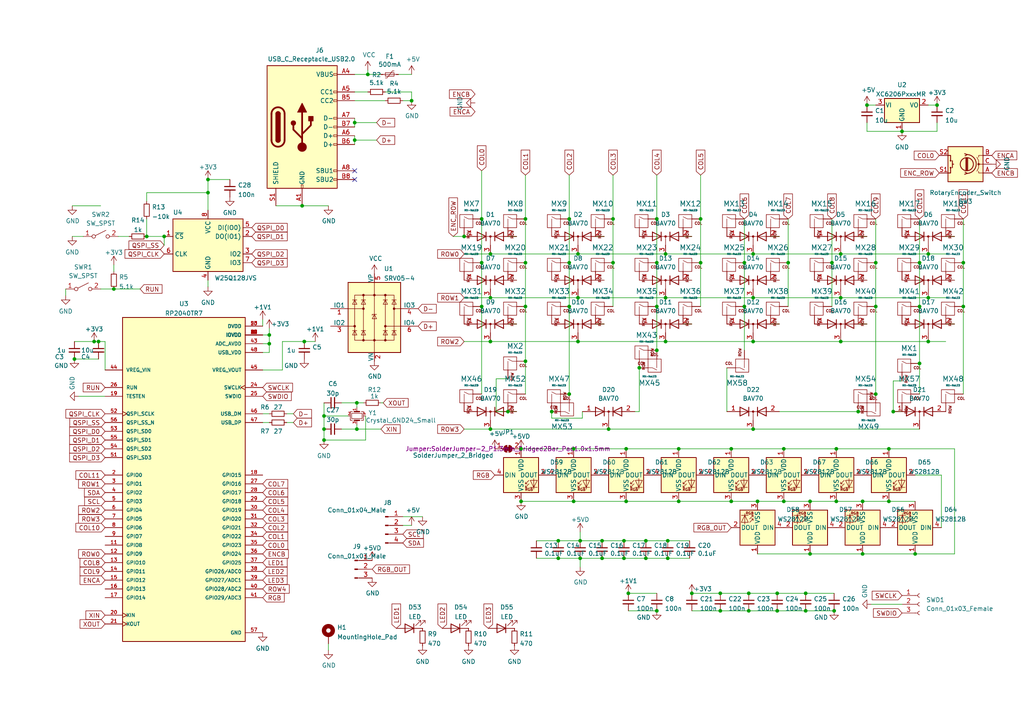
<source format=kicad_sch>
(kicad_sch (version 20230121) (generator eeschema)
  (paper "A4")
  (junction (at 60.325 52.07))
  (junction (at 219.71 145.415))
  (junction (at 190.5 88.9))
  (junction (at 165.1 63.5))
  (junction (at 193.675 161.925))
  (junction (at 234.95 145.415))
  (junction (at 225.425 177.165))
  (junction (at 142.24 124.46))
  (junction (at 93.98 124.46))
  (junction (at 243.84 86.36))
  (junction (at 181.61 130.175))
  (junction (at 228.6 76.2))
  (junction (at 103.505 116.84))
  (junction (at 21.59 104.14))
  (junction (at 215.9 76.2))
  (junction (at 254 76.2))
  (junction (at 177.8 63.5))
  (junction (at 266.7 88.9))
  (junction (at 103.505 124.46))
  (junction (at 93.98 120.65))
  (junction (at 257.81 145.415))
  (junction (at 187.325 161.925))
  (junction (at 257.81 130.175))
  (junction (at 151.13 145.415))
  (junction (at 102.87 40.64))
  (junction (at 176.53 124.46))
  (junction (at 227.33 130.175))
  (junction (at 193.04 99.06))
  (junction (at 212.09 130.175))
  (junction (at 27.305 99.06))
  (junction (at 254 114.3))
  (junction (at 119.38 29.21))
  (junction (at 250.19 145.415))
  (junction (at 151.13 130.175))
  (junction (at 200.66 172.085))
  (junction (at 139.7 76.2))
  (junction (at 190.5 101.6))
  (junction (at 217.17 177.165))
  (junction (at 181.61 145.415))
  (junction (at 196.85 145.415))
  (junction (at 165.1 88.9))
  (junction (at 193.04 73.66))
  (junction (at 243.84 99.06))
  (junction (at 215.9 88.9))
  (junction (at 269.24 86.36))
  (junction (at 187.325 156.845))
  (junction (at 147.32 119.38))
  (junction (at 180.975 156.845))
  (junction (at 269.24 99.06))
  (junction (at 152.4 88.9))
  (junction (at 168.275 156.845))
  (junction (at 106.68 21.59))
  (junction (at 78.105 97.155))
  (junction (at 167.64 99.06))
  (junction (at 165.1 76.2))
  (junction (at 33.02 83.82))
  (junction (at 242.57 130.175))
  (junction (at 218.44 99.06))
  (junction (at 225.425 172.085))
  (junction (at 190.5 76.2))
  (junction (at 174.625 156.845))
  (junction (at 251.46 30.48))
  (junction (at 190.5 177.165))
  (junction (at 190.5 63.5))
  (junction (at 218.44 124.46))
  (junction (at 212.09 145.415))
  (junction (at 266.7 105.41))
  (junction (at 185.42 106.68))
  (junction (at 139.7 88.9))
  (junction (at 28.575 99.06))
  (junction (at 242.57 145.415))
  (junction (at 193.675 156.845))
  (junction (at 78.105 99.695))
  (junction (at 134.62 68.58))
  (junction (at 233.68 177.165))
  (junction (at 218.44 86.36))
  (junction (at 208.915 172.085))
  (junction (at 227.33 145.415))
  (junction (at 193.04 86.36))
  (junction (at 60.325 55.88))
  (junction (at 167.64 73.66))
  (junction (at 208.915 177.165))
  (junction (at 87.63 59.69))
  (junction (at 269.24 73.66))
  (junction (at 174.625 161.925))
  (junction (at 182.245 172.085))
  (junction (at 177.8 76.2))
  (junction (at 241.935 177.165))
  (junction (at 234.95 160.655))
  (junction (at 265.43 160.655))
  (junction (at 160.02 119.38))
  (junction (at 139.7 63.5))
  (junction (at 218.44 73.66))
  (junction (at 243.84 73.66))
  (junction (at 250.19 160.655))
  (junction (at 196.85 130.175))
  (junction (at 168.275 161.925))
  (junction (at 142.24 86.36))
  (junction (at 142.24 99.06))
  (junction (at 166.37 145.415))
  (junction (at 233.68 172.085))
  (junction (at 152.4 104.775))
  (junction (at 166.37 130.175))
  (junction (at 254 88.9))
  (junction (at 161.925 156.845))
  (junction (at 203.2 63.5))
  (junction (at 217.17 172.085))
  (junction (at 165.1 114.3))
  (junction (at 102.87 35.56))
  (junction (at 261.62 38.1))
  (junction (at 271.78 30.48))
  (junction (at 93.98 127.635))
  (junction (at 279.4 76.2))
  (junction (at 248.92 119.38))
  (junction (at 241.3 76.2))
  (junction (at 259.08 119.38))
  (junction (at 266.7 76.2))
  (junction (at 42.545 68.58))
  (junction (at 167.64 86.36))
  (junction (at 47.625 68.58))
  (junction (at 152.4 76.2))
  (junction (at 88.265 99.06))
  (junction (at 142.24 73.66))
  (junction (at 152.4 63.5))
  (junction (at 279.4 88.9))
  (junction (at 161.925 161.925))
  (junction (at 203.2 76.2))
  (junction (at 180.975 161.925))
  (no_connect (at 102.87 49.53))
  (no_connect (at 102.87 52.07))
  (wire (pts (xy 274.32 81.28) (xy 276.86 81.28)))
  (wire (pts (xy 83.185 122.555) (xy 85.09 122.555)))
  (wire (pts (xy 233.68 172.085) (xy 241.935 172.085)))
  (wire (pts (xy 168.275 161.925) (xy 174.625 161.925)))
  (wire (pts (xy 88.265 99.06) (xy 91.44 99.06)))
  (wire (pts (xy 147.32 68.58) (xy 149.86 68.58)))
  (wire (pts (xy 165.1 50.8) (xy 165.1 63.5)))
  (wire (pts (xy 152.4 104.775) (xy 152.4 114.3)))
  (wire (pts (xy 151.13 130.175) (xy 166.37 130.175)))
  (wire (pts (xy 212.09 130.175) (xy 227.33 130.175)))
  (wire (pts (xy 87.63 59.69) (xy 95.25 59.69)))
  (wire (pts (xy 105.41 116.84) (xy 103.505 116.84)))
  (wire (pts (xy 219.71 145.415) (xy 227.33 145.415)))
  (wire (pts (xy 76.2 122.555) (xy 78.105 122.555)))
  (wire (pts (xy 109.22 40.64) (xy 102.87 40.64)))
  (wire (pts (xy 166.37 130.175) (xy 181.61 130.175)))
  (wire (pts (xy 22.86 114.935) (xy 30.48 114.935)))
  (wire (pts (xy 152.4 63.5) (xy 152.4 76.2)))
  (wire (pts (xy 168.91 121.285) (xy 160.02 121.285)))
  (wire (pts (xy 254 76.2) (xy 254 88.9)))
  (wire (pts (xy 248.92 81.28) (xy 251.46 81.28)))
  (wire (pts (xy 99.06 116.84) (xy 103.505 116.84)))
  (wire (pts (xy 252.73 175.26) (xy 261.62 175.26)))
  (wire (pts (xy 95.25 186.69) (xy 95.25 188.595)))
  (wire (pts (xy 139.7 88.9) (xy 139.7 114.3)))
  (wire (pts (xy 174.625 161.925) (xy 180.975 161.925)))
  (wire (pts (xy 168.275 164.465) (xy 168.275 161.925)))
  (wire (pts (xy 266.7 88.9) (xy 266.7 105.41)))
  (wire (pts (xy 119.38 26.67) (xy 119.38 29.21)))
  (wire (pts (xy 167.64 73.66) (xy 193.04 73.66)))
  (wire (pts (xy 265.43 137.795) (xy 273.05 137.795)))
  (wire (pts (xy 225.425 172.085) (xy 233.68 172.085)))
  (wire (pts (xy 276.86 130.175) (xy 276.86 160.655)))
  (wire (pts (xy 200.66 172.085) (xy 208.915 172.085)))
  (wire (pts (xy 60.325 81.28) (xy 60.325 83.185)))
  (wire (pts (xy 193.04 73.66) (xy 218.44 73.66)))
  (wire (pts (xy 102.87 34.29) (xy 102.87 35.56)))
  (wire (pts (xy 274.32 68.58) (xy 276.86 68.58)))
  (wire (pts (xy 233.68 177.165) (xy 241.935 177.165)))
  (wire (pts (xy 181.61 145.415) (xy 196.85 145.415)))
  (wire (pts (xy 208.915 177.165) (xy 217.17 177.165)))
  (wire (pts (xy 42.545 55.88) (xy 60.325 55.88)))
  (wire (pts (xy 271.78 38.1) (xy 271.78 35.56)))
  (wire (pts (xy 161.925 161.925) (xy 168.275 161.925)))
  (wire (pts (xy 103.505 116.84) (xy 103.505 118.11)))
  (wire (pts (xy 20.955 59.69) (xy 29.21 59.69)))
  (wire (pts (xy 93.98 116.84) (xy 93.98 120.65)))
  (wire (pts (xy 29.21 83.82) (xy 33.02 83.82)))
  (wire (pts (xy 243.84 99.06) (xy 269.24 99.06)))
  (wire (pts (xy 33.02 83.82) (xy 40.64 83.82)))
  (wire (pts (xy 172.72 68.58) (xy 175.26 68.58)))
  (wire (pts (xy 218.44 124.46) (xy 266.7 124.46)))
  (wire (pts (xy 190.5 76.2) (xy 190.5 88.9)))
  (wire (pts (xy 200.66 177.165) (xy 208.915 177.165)))
  (wire (pts (xy 76.2 99.695) (xy 78.105 99.695)))
  (wire (pts (xy 193.04 99.06) (xy 218.44 99.06)))
  (wire (pts (xy 187.325 156.845) (xy 193.675 156.845)))
  (wire (pts (xy 177.8 63.5) (xy 177.8 76.2)))
  (wire (pts (xy 227.33 130.175) (xy 242.57 130.175)))
  (wire (pts (xy 147.32 81.28) (xy 149.86 81.28)))
  (wire (pts (xy 60.325 60.96) (xy 60.325 55.88)))
  (wire (pts (xy 259.08 110.49) (xy 259.08 119.38)))
  (wire (pts (xy 180.975 161.925) (xy 187.325 161.925)))
  (wire (pts (xy 142.24 86.36) (xy 167.64 86.36)))
  (wire (pts (xy 266.7 63.5) (xy 266.7 76.2)))
  (wire (pts (xy 234.95 145.415) (xy 242.57 145.415)))
  (wire (pts (xy 143.9068 119.38) (xy 147.32 119.38)))
  (wire (pts (xy 251.46 38.1) (xy 261.62 38.1)))
  (wire (pts (xy 269.24 30.48) (xy 271.78 30.48)))
  (wire (pts (xy 47.625 68.58) (xy 47.625 71.12)))
  (wire (pts (xy 181.61 130.175) (xy 196.85 130.175)))
  (wire (pts (xy 241.3 76.2) (xy 241.3 88.9)))
  (wire (pts (xy 21.59 104.14) (xy 28.575 104.14)))
  (wire (pts (xy 42.545 68.58) (xy 42.545 63.5)))
  (wire (pts (xy 152.4 50.8) (xy 152.4 63.5)))
  (wire (pts (xy 228.6 76.2) (xy 228.6 88.9)))
  (wire (pts (xy 76.2 107.315) (xy 81.915 107.315)))
  (wire (pts (xy 115.57 21.59) (xy 119.38 21.59)))
  (wire (pts (xy 279.4 76.2) (xy 279.4 88.9)))
  (wire (pts (xy 93.98 120.65) (xy 100.965 120.65)))
  (wire (pts (xy 102.87 39.37) (xy 102.87 40.64)))
  (wire (pts (xy 219.71 160.655) (xy 234.95 160.655)))
  (wire (pts (xy 184.15 119.38) (xy 185.42 119.38)))
  (wire (pts (xy 242.57 145.415) (xy 250.19 145.415)))
  (wire (pts (xy 166.37 145.415) (xy 181.61 145.415)))
  (wire (pts (xy 102.87 21.59) (xy 106.68 21.59)))
  (wire (pts (xy 212.09 145.415) (xy 219.71 145.415)))
  (wire (pts (xy 210.82 106.68) (xy 210.82 119.38)))
  (wire (pts (xy 165.1 76.2) (xy 165.1 88.9)))
  (wire (pts (xy 223.52 81.28) (xy 226.06 81.28)))
  (wire (pts (xy 203.2 76.2) (xy 203.2 88.9)))
  (wire (pts (xy 274.32 93.98) (xy 276.86 93.98)))
  (wire (pts (xy 167.64 86.36) (xy 193.04 86.36)))
  (wire (pts (xy 76.2 102.235) (xy 78.105 102.235)))
  (wire (pts (xy 167.64 99.06) (xy 193.04 99.06)))
  (wire (pts (xy 134.62 73.66) (xy 142.24 73.66)))
  (wire (pts (xy 182.245 172.085) (xy 190.5 172.085)))
  (wire (pts (xy 139.7 63.5) (xy 139.7 76.2)))
  (wire (pts (xy 19.05 85.725) (xy 19.05 83.82)))
  (wire (pts (xy 155.575 156.845) (xy 161.925 156.845)))
  (wire (pts (xy 241.3 63.5) (xy 241.3 76.2)))
  (wire (pts (xy 20.955 68.58) (xy 24.13 68.58)))
  (wire (pts (xy 106.045 127.635) (xy 93.98 127.635)))
  (wire (pts (xy 111.76 26.67) (xy 119.38 26.67)))
  (wire (pts (xy 27.305 99.06) (xy 28.575 99.06)))
  (wire (pts (xy 83.185 120.015) (xy 85.09 120.015)))
  (wire (pts (xy 119.38 29.21) (xy 116.84 29.21)))
  (wire (pts (xy 176.53 124.46) (xy 218.44 124.46)))
  (wire (pts (xy 147.32 93.98) (xy 149.86 93.98)))
  (wire (pts (xy 168.275 156.845) (xy 174.625 156.845)))
  (wire (pts (xy 257.81 145.415) (xy 265.43 145.415)))
  (wire (pts (xy 182.245 177.165) (xy 190.5 177.165)))
  (wire (pts (xy 168.91 119.38) (xy 168.91 121.285)))
  (wire (pts (xy 142.24 99.06) (xy 167.64 99.06)))
  (wire (pts (xy 248.92 68.58) (xy 251.46 68.58)))
  (wire (pts (xy 223.52 93.98) (xy 226.06 93.98)))
  (wire (pts (xy 203.2 63.5) (xy 203.2 76.2)))
  (wire (pts (xy 226.06 119.38) (xy 248.92 119.38)))
  (wire (pts (xy 190.5 88.9) (xy 190.5 101.6)))
  (wire (pts (xy 60.325 55.88) (xy 60.325 52.07)))
  (wire (pts (xy 134.62 124.46) (xy 142.24 124.46)))
  (wire (pts (xy 254 88.9) (xy 254 114.3)))
  (wire (pts (xy 193.675 161.925) (xy 200.025 161.925)))
  (wire (pts (xy 93.98 120.65) (xy 93.98 124.46)))
  (wire (pts (xy 217.17 177.165) (xy 225.425 177.165)))
  (wire (pts (xy 151.13 145.415) (xy 166.37 145.415)))
  (wire (pts (xy 147.32 119.38) (xy 149.86 119.38)))
  (wire (pts (xy 218.44 99.06) (xy 243.84 99.06)))
  (wire (pts (xy 261.62 38.1) (xy 271.78 38.1)))
  (wire (pts (xy 198.12 81.28) (xy 200.66 81.28)))
  (wire (pts (xy 251.46 35.56) (xy 251.46 38.1)))
  (wire (pts (xy 78.105 99.695) (xy 78.105 97.155)))
  (wire (pts (xy 196.85 145.415) (xy 212.09 145.415)))
  (wire (pts (xy 102.87 26.67) (xy 106.68 26.67)))
  (wire (pts (xy 81.915 107.315) (xy 81.915 99.06)))
  (wire (pts (xy 261.62 110.49) (xy 259.08 110.49)))
  (wire (pts (xy 102.87 29.21) (xy 111.76 29.21)))
  (wire (pts (xy 265.43 160.655) (xy 276.86 160.655)))
  (wire (pts (xy 103.505 124.46) (xy 110.49 124.46)))
  (wire (pts (xy 172.72 93.98) (xy 175.26 93.98)))
  (wire (pts (xy 198.12 68.58) (xy 200.66 68.58)))
  (wire (pts (xy 134.62 86.36) (xy 142.24 86.36)))
  (wire (pts (xy 228.6 63.5) (xy 228.6 76.2)))
  (wire (pts (xy 196.85 130.175) (xy 212.09 130.175)))
  (wire (pts (xy 152.4 76.2) (xy 152.4 88.9)))
  (wire (pts (xy 116.84 152.4) (xy 119.38 152.4)))
  (wire (pts (xy 161.925 156.845) (xy 168.275 156.845)))
  (wire (pts (xy 76.2 92.71) (xy 76.2 94.615)))
  (wire (pts (xy 172.72 81.28) (xy 175.26 81.28)))
  (wire (pts (xy 227.33 145.415) (xy 234.95 145.415)))
  (wire (pts (xy 259.08 119.38) (xy 261.62 119.38)))
  (wire (pts (xy 28.575 99.06) (xy 30.48 99.06)))
  (wire (pts (xy 208.915 172.085) (xy 217.17 172.085)))
  (wire (pts (xy 78.105 95.25) (xy 78.105 97.155)))
  (wire (pts (xy 225.425 177.165) (xy 233.68 177.165)))
  (wire (pts (xy 76.2 97.155) (xy 78.105 97.155)))
  (wire (pts (xy 33.02 76.835) (xy 33.02 78.74)))
  (wire (pts (xy 160.02 121.285) (xy 160.02 119.38)))
  (wire (pts (xy 193.04 86.36) (xy 218.44 86.36)))
  (wire (pts (xy 234.95 160.655) (xy 250.19 160.655)))
  (wire (pts (xy 203.2 50.8) (xy 203.2 63.5)))
  (wire (pts (xy 42.545 58.42) (xy 42.545 55.88)))
  (wire (pts (xy 106.68 21.59) (xy 110.49 21.59)))
  (wire (pts (xy 106.68 21.59) (xy 106.68 20.32)))
  (wire (pts (xy 21.59 99.06) (xy 27.305 99.06)))
  (wire (pts (xy 269.24 86.36) (xy 274.32 86.36)))
  (wire (pts (xy 102.87 35.56) (xy 102.87 36.83)))
  (wire (pts (xy 80.01 59.69) (xy 87.63 59.69)))
  (wire (pts (xy 190.5 50.8) (xy 190.5 63.5)))
  (wire (pts (xy 185.42 106.68) (xy 185.42 119.38)))
  (wire (pts (xy 198.12 93.98) (xy 200.66 93.98)))
  (wire (pts (xy 165.1 63.5) (xy 165.1 76.2)))
  (wire (pts (xy 60.325 52.07) (xy 66.675 52.07)))
  (wire (pts (xy 215.9 76.2) (xy 215.9 88.9)))
  (wire (pts (xy 177.8 76.2) (xy 177.8 88.9)))
  (wire (pts (xy 134.62 99.06) (xy 142.24 99.06)))
  (wire (pts (xy 109.22 35.56) (xy 102.87 35.56)))
  (wire (pts (xy 155.575 161.925) (xy 161.925 161.925)))
  (wire (pts (xy 102.87 40.64) (xy 102.87 41.91)))
  (wire (pts (xy 78.105 102.235) (xy 78.105 99.695)))
  (wire (pts (xy 139.7 49.53) (xy 139.7 63.5)))
  (wire (pts (xy 76.2 120.015) (xy 78.105 120.015)))
  (wire (pts (xy 223.52 68.58) (xy 226.06 68.58)))
  (wire (pts (xy 177.8 50.8) (xy 177.8 63.5)))
  (wire (pts (xy 47.625 68.58) (xy 42.545 68.58)))
  (wire (pts (xy 250.19 160.655) (xy 265.43 160.655)))
  (wire (pts (xy 251.46 30.48) (xy 254 30.48)))
  (wire (pts (xy 250.19 145.415) (xy 257.81 145.415)))
  (wire (pts (xy 187.325 161.925) (xy 193.675 161.925)))
  (wire (pts (xy 106.045 120.65) (xy 106.045 127.635)))
  (wire (pts (xy 152.4 88.9) (xy 152.4 104.775)))
  (wire (pts (xy 257.81 130.175) (xy 276.86 130.175)))
  (wire (pts (xy 142.24 124.46) (xy 176.53 124.46)))
  (wire (pts (xy 273.05 137.795) (xy 273.05 153.035)))
  (wire (pts (xy 168.275 154.305) (xy 168.275 156.845)))
  (wire (pts (xy 193.675 156.845) (xy 200.025 156.845)))
  (wire (pts (xy 190.5 63.5) (xy 190.5 76.2)))
  (wire (pts (xy 266.7 105.41) (xy 266.7 114.3)))
  (wire (pts (xy 34.29 68.58) (xy 37.465 68.58)))
  (wire (pts (xy 269.24 99.06) (xy 274.32 99.06)))
  (wire (pts (xy 279.4 63.5) (xy 279.4 76.2)))
  (wire (pts (xy 215.9 63.5) (xy 215.9 76.2)))
  (wire (pts (xy 131.445 68.58) (xy 134.62 68.58)))
  (wire (pts (xy 174.625 156.845) (xy 180.975 156.845)))
  (wire (pts (xy 266.7 76.2) (xy 266.7 88.9)))
  (wire (pts (xy 248.92 93.98) (xy 251.46 93.98)))
  (wire (pts (xy 165.1 88.9) (xy 165.1 114.3)))
  (wire (pts (xy 142.24 73.66) (xy 167.64 73.66)))
  (wire (pts (xy 30.48 107.315) (xy 30.48 99.06)))
  (wire (pts (xy 93.98 127.635) (xy 93.98 124.46)))
  (wire (pts (xy 254 63.5) (xy 254 76.2)))
  (wire (pts (xy 143.9068 109.855) (xy 143.9068 119.38)))
  (wire (pts (xy 269.24 73.66) (xy 274.32 73.66)))
  (wire (pts (xy 103.505 123.19) (xy 103.505 124.46)))
  (wire (pts (xy 139.7 76.2) (xy 139.7 88.9)))
  (wire (pts (xy 81.915 99.06) (xy 88.265 99.06)))
  (wire (pts (xy 217.17 172.085) (xy 225.425 172.085)))
  (wire (pts (xy 243.84 73.66) (xy 269.24 73.66)))
  (wire (pts (xy 242.57 130.175) (xy 257.81 130.175)))
  (wire (pts (xy 218.44 73.66) (xy 243.84 73.66)))
  (wire (pts (xy 243.84 86.36) (xy 269.24 86.36)))
  (wire (pts (xy 147.32 109.855) (xy 143.9068 109.855)))
  (wire (pts (xy 279.4 88.9) (xy 279.4 114.3)))
  (wire (pts (xy 116.84 149.86) (xy 122.555 149.86)))
  (wire (pts (xy 111.125 116.84) (xy 110.49 116.84)))
  (wire (pts (xy 180.975 156.845) (xy 187.325 156.845)))
  (wire (pts (xy 99.06 124.46) (xy 103.505 124.46)))
  (wire (pts (xy 215.9 88.9) (xy 215.9 101.6)))
  (wire (pts (xy 218.44 86.36) (xy 243.84 86.36)))
  (global_label "COL4" (shape input) (at 76.2 147.955 0) (property "Intersheetrefs" "${INTERSHEET_REFS}" (effects hide)))
  (global_label "COL11" (shape input) (at 279.4 63.5 90) (property "Intersheetrefs" "${INTERSHEET_REFS}" (effects hide)))
  (global_label "ENCB" (shape input) (at 76.2 160.655 0) (property "Intersheetrefs" "${INTERSHEET_REFS}" (effects hide)))
  (global_label "QSPI_SS" (shape input) (at 30.48 122.555 180) (property "Intersheetrefs" "${INTERSHEET_REFS}" (effects hide)))
  (global_label "ROW2" (shape input) (at 134.62 99.06 180) (property "Intersheetrefs" "${INTERSHEET_REFS}" (effects hide)))
  (global_label "COL9" (shape input) (at 254 63.5 90) (property "Intersheetrefs" "${INTERSHEET_REFS}" (effects hide)))
  (global_label "ROW1" (shape input) (at 30.48 140.335 180) (property "Intersheetrefs" "${INTERSHEET_REFS}" (effects hide)))
  (global_label "QSPI_D0" (shape input) (at 73.025 66.04 0) (property "Intersheetrefs" "${INTERSHEET_REFS}" (effects hide)))
  (global_label "COL4" (shape input) (at 190.5 50.8 90) (property "Intersheetrefs" "${INTERSHEET_REFS}" (effects hide)))
  (global_label "D+" (shape input) (at 109.22 40.64 0) (property "Intersheetrefs" "${INTERSHEET_REFS}" (effects hide)))
  (global_label "SCL" (shape input) (at 30.48 145.415 180) (property "Intersheetrefs" "${INTERSHEET_REFS}" (effects hide)))
  (global_label "COL0" (shape input) (at 139.7 49.53 90) (property "Intersheetrefs" "${INTERSHEET_REFS}" (effects hide)))
  (global_label "SDA" (shape input) (at 116.84 157.48 0) (property "Intersheetrefs" "${INTERSHEET_REFS}" (effects hide)))
  (global_label "SWCLK" (shape input) (at 76.2 112.395 0) (property "Intersheetrefs" "${INTERSHEET_REFS}" (effects hide)))
  (global_label "ENCA" (shape input) (at 287.655 45.085 0) (property "Intersheetrefs" "${INTERSHEET_REFS}" (effects hide)))
  (global_label "SWDIO" (shape input) (at 261.62 177.8 180) (property "Intersheetrefs" "${INTERSHEET_REFS}" (effects hide)))
  (global_label "ROW0" (shape input) (at 30.48 160.655 180) (property "Intersheetrefs" "${INTERSHEET_REFS}" (effects hide)))
  (global_label "COL0" (shape input) (at 76.2 158.115 0) (property "Intersheetrefs" "${INTERSHEET_REFS}" (effects hide)))
  (global_label "RGB" (shape input) (at 143.51 137.795 180) (property "Intersheetrefs" "${INTERSHEET_REFS}" (effects hide)))
  (global_label "COL7" (shape input) (at 228.6 63.5 90) (property "Intersheetrefs" "${INTERSHEET_REFS}" (effects hide)))
  (global_label "COL6" (shape input) (at 76.2 142.875 0) (property "Intersheetrefs" "${INTERSHEET_REFS}" (effects hide)))
  (global_label "COL0" (shape input) (at 272.415 45.085 180) (property "Intersheetrefs" "${INTERSHEET_REFS}" (effects hide)))
  (global_label "COL10" (shape input) (at 30.48 153.035 180) (property "Intersheetrefs" "${INTERSHEET_REFS}" (effects hide)))
  (global_label "ROW3" (shape input) (at 30.48 150.495 180) (property "Intersheetrefs" "${INTERSHEET_REFS}" (effects hide)))
  (global_label "LED1" (shape input) (at 114.935 182.245 90) (property "Intersheetrefs" "${INTERSHEET_REFS}" (effects hide)))
  (global_label "LED2" (shape input) (at 128.27 182.245 90) (property "Intersheetrefs" "${INTERSHEET_REFS}" (effects hide)))
  (global_label "XOUT" (shape input) (at 30.48 180.975 180) (property "Intersheetrefs" "${INTERSHEET_REFS}" (effects hide)))
  (global_label "ENCB" (shape input) (at 137.795 27.305 180) (property "Intersheetrefs" "${INTERSHEET_REFS}" (effects hide)))
  (global_label "ENCB" (shape input) (at 287.655 50.165 0) (property "Intersheetrefs" "${INTERSHEET_REFS}" (effects hide)))
  (global_label "RUN" (shape input) (at 30.48 112.395 180) (property "Intersheetrefs" "${INTERSHEET_REFS}" (effects hide)))
  (global_label "XIN" (shape input) (at 110.49 124.46 0) (property "Intersheetrefs" "${INTERSHEET_REFS}" (effects hide)))
  (global_label "ENCA" (shape input) (at 30.48 168.275 180) (property "Intersheetrefs" "${INTERSHEET_REFS}" (effects hide)))
  (global_label "RGB" (shape input) (at 76.2 173.355 0) (property "Intersheetrefs" "${INTERSHEET_REFS}" (effects hide)))
  (global_label "LED1" (shape input) (at 76.2 163.195 0) (property "Intersheetrefs" "${INTERSHEET_REFS}" (effects hide)))
  (global_label "RUN" (shape input) (at 40.64 83.82 0) (property "Intersheetrefs" "${INTERSHEET_REFS}" (effects hide)))
  (global_label "QSPI_CLK" (shape input) (at 47.625 73.66 180) (property "Intersheetrefs" "${INTERSHEET_REFS}" (effects hide)))
  (global_label "COL3" (shape input) (at 177.8 50.8 90) (property "Intersheetrefs" "${INTERSHEET_REFS}" (effects hide)))
  (global_label "ROW3" (shape input) (at 134.62 124.46 180) (property "Intersheetrefs" "${INTERSHEET_REFS}" (effects hide)))
  (global_label "QSPI_D3" (shape input) (at 73.025 76.2 0) (property "Intersheetrefs" "${INTERSHEET_REFS}" (effects hide)))
  (global_label "COL9" (shape input) (at 30.48 165.735 180) (property "Intersheetrefs" "${INTERSHEET_REFS}" (effects hide)))
  (global_label "QSPI_D0" (shape input) (at 30.48 125.095 180) (property "Intersheetrefs" "${INTERSHEET_REFS}" (effects hide)))
  (global_label "QSPI_D3" (shape input) (at 30.48 132.715 180) (property "Intersheetrefs" "${INTERSHEET_REFS}" (effects hide)))
  (global_label "LED3" (shape input) (at 141.605 182.245 90) (property "Intersheetrefs" "${INTERSHEET_REFS}" (effects hide)))
  (global_label "COL11" (shape input) (at 30.48 137.795 180) (property "Intersheetrefs" "${INTERSHEET_REFS}" (effects hide)))
  (global_label "ENC_ROW" (shape input) (at 272.415 50.165 180) (property "Intersheetrefs" "${INTERSHEET_REFS}" (effects hide)))
  (global_label "ROW1" (shape input) (at 134.62 86.36 180) (property "Intersheetrefs" "${INTERSHEET_REFS}" (effects hide)))
  (global_label "XOUT" (shape input) (at 111.125 116.84 0) (property "Intersheetrefs" "${INTERSHEET_REFS}" (effects hide)))
  (global_label "SWCLK" (shape input) (at 261.62 172.72 180) (property "Intersheetrefs" "${INTERSHEET_REFS}" (effects hide)))
  (global_label "QSPI_D2" (shape input) (at 73.025 73.66 0) (property "Intersheetrefs" "${INTERSHEET_REFS}" (effects hide)))
  (global_label "COL10" (shape input) (at 266.7 63.5 90) (property "Intersheetrefs" "${INTERSHEET_REFS}" (effects hide)))
  (global_label "QSPI_D2" (shape input) (at 30.48 130.175 180) (property "Intersheetrefs" "${INTERSHEET_REFS}" (effects hide)))
  (global_label "QSPI_D1" (shape input) (at 30.48 127.635 180) (property "Intersheetrefs" "${INTERSHEET_REFS}" (effects hide)))
  (global_label "COL1" (shape input) (at 76.2 155.575 0) (property "Intersheetrefs" "${INTERSHEET_REFS}" (effects hide)))
  (global_label "D+" (shape input) (at 85.09 122.555 0) (property "Intersheetrefs" "${INTERSHEET_REFS}" (effects hide)))
  (global_label "ROW2" (shape input) (at 30.48 147.955 180) (property "Intersheetrefs" "${INTERSHEET_REFS}" (effects hide)))
  (global_label "D-" (shape input) (at 121.285 89.535 0) (property "Intersheetrefs" "${INTERSHEET_REFS}" (effects hide)))
  (global_label "XIN" (shape input) (at 30.48 178.435 180) (property "Intersheetrefs" "${INTERSHEET_REFS}" (effects hide)))
  (global_label "COL5" (shape input) (at 76.2 145.415 0) (property "Intersheetrefs" "${INTERSHEET_REFS}" (effects hide)))
  (global_label "SDA" (shape input) (at 30.48 142.875 180) (property "Intersheetrefs" "${INTERSHEET_REFS}" (effects hide)))
  (global_label "QSPI_D1" (shape input) (at 73.025 68.58 0) (property "Intersheetrefs" "${INTERSHEET_REFS}" (effects hide)))
  (global_label "RGB_OUT" (shape input) (at 107.95 165.1 0) (property "Intersheetrefs" "${INTERSHEET_REFS}" (effects hide)))
  (global_label "COL2" (shape input) (at 76.2 153.035 0) (property "Intersheetrefs" "${INTERSHEET_REFS}" (effects hide)))
  (global_label "COL8" (shape input) (at 30.48 163.195 180) (property "Intersheetrefs" "${INTERSHEET_REFS}" (effects hide)))
  (global_label "D-" (shape input) (at 85.09 120.015 0) (property "Intersheetrefs" "${INTERSHEET_REFS}" (effects hide)))
  (global_label "RGB_OUT" (shape input) (at 212.09 153.035 180) (property "Intersheetrefs" "${INTERSHEET_REFS}" (effects hide)))
  (global_label "COL6" (shape input) (at 215.9 63.5 90) (property "Intersheetrefs" "${INTERSHEET_REFS}" (effects hide)))
  (global_label "COL5" (shape input) (at 203.2 50.8 90) (property "Intersheetrefs" "${INTERSHEET_REFS}" (effects hide)))
  (global_label "COL8" (shape input) (at 241.3 63.5 90) (property "Intersheetrefs" "${INTERSHEET_REFS}" (effects hide)))
  (global_label "D+" (shape input) (at 121.285 94.615 0) (property "Intersheetrefs" "${INTERSHEET_REFS}" (effects hide)))
  (global_label "SCL" (shape input) (at 116.84 154.94 0) (property "Intersheetrefs" "${INTERSHEET_REFS}" (effects hide)))
  (global_label "QSPI_CLK" (shape input) (at 30.48 120.015 180) (property "Intersheetrefs" "${INTERSHEET_REFS}" (effects hide)))
  (global_label "SWDIO" (shape input) (at 76.2 114.935 0) (property "Intersheetrefs" "${INTERSHEET_REFS}" (effects hide)))
  (global_label "LED3" (shape input) (at 76.2 168.275 0) (property "Intersheetrefs" "${INTERSHEET_REFS}" (effects hide)))
  (global_label "QSPI_SS" (shape input) (at 47.625 71.12 180) (property "Intersheetrefs" "${INTERSHEET_REFS}" (effects hide)))
  (global_label "LED2" (shape input) (at 76.2 165.735 0) (property "Intersheetrefs" "${INTERSHEET_REFS}" (effects hide)))
  (global_label "ROW0" (shape input) (at 134.62 73.66 180) (property "Intersheetrefs" "${INTERSHEET_REFS}" (effects hide)))
  (global_label "ENCA" (shape input) (at 137.795 32.385 180) (property "Intersheetrefs" "${INTERSHEET_REFS}" (effects hide)))
  (global_label "COL2" (shape input) (at 165.1 50.8 90) (property "Intersheetrefs" "${INTERSHEET_REFS}" (effects hide)))
  (global_label "COL1" (shape input) (at 152.4 50.8 90) (property "Intersheetrefs" "${INTERSHEET_REFS}" (effects hide)))
  (global_label "ENC_ROW" (shape input) (at 131.445 68.58 90) (property "Intersheetrefs" "${INTERSHEET_REFS}" (effects hide)))
  (global_label "COL7" (shape input) (at 76.2 140.335 0) (property "Intersheetrefs" "${INTERSHEET_REFS}" (effects hide)))
  (global_label "ROW4" (shape input) (at 76.2 170.815 0) (property "Intersheetrefs" "${INTERSHEET_REFS}" (effects hide)))
  (global_label "COL3" (shape input) (at 76.2 150.495 0) (property "Intersheetrefs" "${INTERSHEET_REFS}" (effects hide)))
  (global_label "D-" (shape input) (at 109.22 35.56 0) (property "Intersheetrefs" "${INTERSHEET_REFS}" (effects hide)))
  (symbol (lib_id "power:GND") (at 95.25 59.69 0) (unit 1)
    (property "Reference" "#PWR07" (effects hide))
    (property "Value" "GND" (at 95.377 64.0842 0))
  )
  (symbol (lib_id "Device:Polyfuse_Small") (at 113.03 21.59 270) (unit 1)
    (property "Reference" "F1" (at 113.03 16.383 90))
    (property "Value" "500mA" (at 113.03 18.6944 90))
    (property "Footprint" "Fuse:Fuse_1206_3216Metric" (effects hide))
  )
  (symbol (lib_id "power:+5V") (at 119.38 21.59 0) (unit 1)
    (property "Reference" "#PWR03" (effects hide))
    (property "Value" "+5V" (at 119.761 17.1958 0))
  )
  (symbol (lib_id "power:VCC") (at 106.68 20.32 0) (unit 1)
    (property "Reference" "#PWR01" (effects hide))
    (property "Value" "VCC" (at 107.061 15.9258 0))
  )
  (symbol (lib_id "Device:R_Small") (at 109.22 26.67 270) (unit 1)
    (property "Reference" "R2" (at 109.22 21.6916 90))
    (property "Value" "5.1k" (at 109.22 24.003 90))
    (property "Footprint" "Resistor_SMD:R_0603_1608Metric" (effects hide))
  )
  (symbol (lib_id "Device:R_Small") (at 114.3 29.21 270) (unit 1)
    (property "Reference" "R4" (at 114.3 24.2316 90))
    (property "Value" "5.1k" (at 114.3 26.543 90))
    (property "Footprint" "Resistor_SMD:R_0603_1608Metric" (effects hide))
  )
  (symbol (lib_id "power:GND") (at 119.38 29.21 0) (unit 1)
    (property "Reference" "#PWR05" (effects hide))
    (property "Value" "GND" (at 119.507 33.6042 0))
  )
  (symbol (lib_id "MX_Alps_Hybrid:MX-NoLED") (at 252.73 118.11 180) (unit 1)
    (property "Reference" "MX49" (at 251.8918 123.7742 0) (effects (font (size 1.524 1.524))))
    (property "Value" "MX-NoLED" (at 251.8918 121.8946 0) (effects (font (size 0.508 0.508))))
    (property "Footprint" "marbastlib-mx:SW_MX_HS_1u_NOREF" (effects hide))
  )
  (symbol (lib_id "MX_Alps_Hybrid:MX-NoLED") (at 135.89 64.77 0) (unit 1)
    (property "Reference" "MX7" (at 136.7282 59.1058 0) (effects (font (size 1.524 1.524))))
    (property "Value" "MX-NoLED" (at 136.7282 60.9854 0) (effects (font (size 0.508 0.508))))
    (property "Footprint" "marbastlib-mx:SW_MX_HS_1u_NOREF" (effects hide))
  )
  (symbol (lib_id "MX_Alps_Hybrid:MX-NoLED") (at 148.59 64.77 0) (unit 1)
    (property "Reference" "MX8" (at 149.4282 59.1058 0) (effects (font (size 1.524 1.524))))
    (property "Value" "MX-NoLED" (at 149.4282 60.9854 0) (effects (font (size 0.508 0.508))))
    (property "Footprint" "marbastlib-mx:SW_MX_HS_1u_NOREF" (effects hide))
  )
  (symbol (lib_id "MX_Alps_Hybrid:MX-NoLED") (at 161.29 64.77 0) (unit 1)
    (property "Reference" "MX9" (at 162.1282 59.1058 0) (effects (font (size 1.524 1.524))))
    (property "Value" "MX-NoLED" (at 162.1282 60.9854 0) (effects (font (size 0.508 0.508))))
    (property "Footprint" "marbastlib-mx:SW_MX_HS_1u_NOREF" (effects hide))
  )
  (symbol (lib_id "MX_Alps_Hybrid:MX-NoLED") (at 173.99 64.77 0) (unit 1)
    (property "Reference" "MX10" (at 174.8282 59.1058 0) (effects (font (size 1.524 1.524))))
    (property "Value" "MX-NoLED" (at 174.8282 60.9854 0) (effects (font (size 0.508 0.508))))
    (property "Footprint" "marbastlib-mx:SW_MX_HS_1u_NOREF" (effects hide))
  )
  (symbol (lib_id "MX_Alps_Hybrid:MX-NoLED") (at 186.69 64.77 0) (unit 1)
    (property "Reference" "MX11" (at 187.5282 59.1058 0) (effects (font (size 1.524 1.524))))
    (property "Value" "MX-NoLED" (at 187.5282 60.9854 0) (effects (font (size 0.508 0.508))))
    (property "Footprint" "marbastlib-mx:SW_MX_HS_1u_NOREF" (effects hide))
  )
  (symbol (lib_id "MX_Alps_Hybrid:MX-NoLED") (at 199.39 64.77 0) (unit 1)
    (property "Reference" "MX12" (at 200.2282 59.1058 0) (effects (font (size 1.524 1.524))))
    (property "Value" "MX-NoLED" (at 200.2282 60.9854 0) (effects (font (size 0.508 0.508))))
    (property "Footprint" "marbastlib-mx:SW_MX_HS_1u_NOREF" (effects hide))
  )
  (symbol (lib_id "MX_Alps_Hybrid:MX-NoLED") (at 212.09 64.77 0) (unit 1)
    (property "Reference" "MX13" (at 212.9282 59.1058 0) (effects (font (size 1.524 1.524))))
    (property "Value" "MX-NoLED" (at 212.9282 60.9854 0) (effects (font (size 0.508 0.508))))
    (property "Footprint" "marbastlib-mx:SW_MX_HS_1u_NOREF" (effects hide))
  )
  (symbol (lib_id "MX_Alps_Hybrid:MX-NoLED") (at 224.79 64.77 0) (unit 1)
    (property "Reference" "MX14" (at 225.6282 59.1058 0) (effects (font (size 1.524 1.524))))
    (property "Value" "MX-NoLED" (at 225.6282 60.9854 0) (effects (font (size 0.508 0.508))))
    (property "Footprint" "marbastlib-mx:SW_MX_HS_1u_NOREF" (effects hide))
  )
  (symbol (lib_id "MX_Alps_Hybrid:MX-NoLED") (at 237.49 64.77 0) (unit 1)
    (property "Reference" "MX15" (at 238.3282 59.1058 0) (effects (font (size 1.524 1.524))))
    (property "Value" "MX-NoLED" (at 238.3282 60.9854 0) (effects (font (size 0.508 0.508))))
    (property "Footprint" "marbastlib-mx:SW_MX_HS_1u_NOREF" (effects hide))
  )
  (symbol (lib_id "MX_Alps_Hybrid:MX-NoLED") (at 250.19 64.77 0) (unit 1)
    (property "Reference" "MX16" (at 251.0282 59.1058 0) (effects (font (size 1.524 1.524))))
    (property "Value" "MX-NoLED" (at 251.0282 60.9854 0) (effects (font (size 0.508 0.508))))
    (property "Footprint" "marbastlib-mx:SW_MX_HS_1u_NOREF" (effects hide))
  )
  (symbol (lib_id "MX_Alps_Hybrid:MX-NoLED") (at 262.89 64.77 0) (unit 1)
    (property "Reference" "MX17" (at 263.7282 59.1058 0) (effects (font (size 1.524 1.524))))
    (property "Value" "MX-NoLED" (at 263.7282 60.9854 0) (effects (font (size 0.508 0.508))))
    (property "Footprint" "marbastlib-mx:SW_MX_HS_1u_NOREF" (effects hide))
  )
  (symbol (lib_id "MX_Alps_Hybrid:MX-NoLED") (at 275.59 64.77 0) (unit 1)
    (property "Reference" "MX18" (at 276.4282 59.1058 0) (effects (font (size 1.524 1.524))))
    (property "Value" "MX-NoLED" (at 276.4282 60.9854 0) (effects (font (size 0.508 0.508))))
    (property "Footprint" "marbastlib-mx:SW_MX_HS_1u_NOREF" (effects hide))
  )
  (symbol (lib_id "MX_Alps_Hybrid:MX-NoLED") (at 135.89 77.47 0) (unit 1)
    (property "Reference" "MX19" (at 136.7282 71.8058 0) (effects (font (size 1.524 1.524))))
    (property "Value" "MX-NoLED" (at 136.7282 73.6854 0) (effects (font (size 0.508 0.508))))
    (property "Footprint" "marbastlib-mx:SW_MX_HS_1u_NOREF" (effects hide))
  )
  (symbol (lib_id "MX_Alps_Hybrid:MX-NoLED") (at 148.59 77.47 0) (unit 1)
    (property "Reference" "MX20" (at 149.4282 71.8058 0) (effects (font (size 1.524 1.524))))
    (property "Value" "MX-NoLED" (at 149.4282 73.6854 0) (effects (font (size 0.508 0.508))))
    (property "Footprint" "marbastlib-mx:SW_MX_HS_1u_NOREF" (effects hide))
  )
  (symbol (lib_id "MX_Alps_Hybrid:MX-NoLED") (at 161.29 77.47 0) (unit 1)
    (property "Reference" "MX21" (at 162.1282 71.8058 0) (effects (font (size 1.524 1.524))))
    (property "Value" "MX-NoLED" (at 162.1282 73.6854 0) (effects (font (size 0.508 0.508))))
    (property "Footprint" "marbastlib-mx:SW_MX_HS_1u_NOREF" (effects hide))
  )
  (symbol (lib_id "MX_Alps_Hybrid:MX-NoLED") (at 173.99 77.47 0) (unit 1)
    (property "Reference" "MX22" (at 174.8282 71.8058 0) (effects (font (size 1.524 1.524))))
    (property "Value" "MX-NoLED" (at 174.8282 73.6854 0) (effects (font (size 0.508 0.508))))
    (property "Footprint" "marbastlib-mx:SW_MX_HS_1u_NOREF" (effects hide))
  )
  (symbol (lib_id "MX_Alps_Hybrid:MX-NoLED") (at 186.69 77.47 0) (unit 1)
    (property "Reference" "MX23" (at 187.5282 71.8058 0) (effects (font (size 1.524 1.524))))
    (property "Value" "MX-NoLED" (at 187.5282 73.6854 0) (effects (font (size 0.508 0.508))))
    (property "Footprint" "marbastlib-mx:SW_MX_HS_1u_NOREF" (effects hide))
  )
  (symbol (lib_id "MX_Alps_Hybrid:MX-NoLED") (at 199.39 77.47 0) (unit 1)
    (property "Reference" "MX24" (at 200.2282 71.8058 0) (effects (font (size 1.524 1.524))))
    (property "Value" "MX-NoLED" (at 200.2282 73.6854 0) (effects (font (size 0.508 0.508))))
    (property "Footprint" "marbastlib-mx:SW_MX_HS_1u_NOREF" (effects hide))
  )
  (symbol (lib_id "MX_Alps_Hybrid:MX-NoLED") (at 212.09 77.47 0) (unit 1)
    (property "Reference" "MX25" (at 212.9282 71.8058 0) (effects (font (size 1.524 1.524))))
    (property "Value" "MX-NoLED" (at 212.9282 73.6854 0) (effects (font (size 0.508 0.508))))
    (property "Footprint" "marbastlib-mx:SW_MX_HS_1u_NOREF" (effects hide))
  )
  (symbol (lib_id "MX_Alps_Hybrid:MX-NoLED") (at 224.79 77.47 0) (unit 1)
    (property "Reference" "MX26" (at 225.6282 71.8058 0) (effects (font (size 1.524 1.524))))
    (property "Value" "MX-NoLED" (at 225.6282 73.6854 0) (effects (font (size 0.508 0.508))))
    (property "Footprint" "marbastlib-mx:SW_MX_HS_1u_NOREF" (effects hide))
  )
  (symbol (lib_id "MX_Alps_Hybrid:MX-NoLED") (at 237.49 77.47 0) (unit 1)
    (property "Reference" "MX27" (at 238.3282 71.8058 0) (effects (font (size 1.524 1.524))))
    (property "Value" "MX-NoLED" (at 238.3282 73.6854 0) (effects (font (size 0.508 0.508))))
    (property "Footprint" "marbastlib-mx:SW_MX_HS_1u_NOREF" (effects hide))
  )
  (symbol (lib_id "MX_Alps_Hybrid:MX-NoLED") (at 250.19 77.47 0) (unit 1)
    (property "Reference" "MX28" (at 251.0282 71.8058 0) (effects (font (size 1.524 1.524))))
    (property "Value" "MX-NoLED" (at 251.0282 73.6854 0) (effects (font (size 0.508 0.508))))
    (property "Footprint" "marbastlib-mx:SW_MX_HS_1u_NOREF" (effects hide))
  )
  (symbol (lib_id "MX_Alps_Hybrid:MX-NoLED") (at 262.89 77.47 0) (unit 1)
    (property "Reference" "MX29" (at 263.7282 71.8058 0) (effects (font (size 1.524 1.524))))
    (property "Value" "MX-NoLED" (at 263.7282 73.6854 0) (effects (font (size 0.508 0.508))))
    (property "Footprint" "marbastlib-mx:SW_MX_HS_1u_NOREF" (effects hide))
  )
  (symbol (lib_id "MX_Alps_Hybrid:MX-NoLED") (at 275.59 77.47 0) (unit 1)
    (property "Reference" "MX30" (at 276.4282 71.8058 0) (effects (font (size 1.524 1.524))))
    (property "Value" "MX-NoLED" (at 276.4282 73.6854 0) (effects (font (size 0.508 0.508))))
    (property "Footprint" "marbastlib-mx:SW_MX_HS_1u_NOREF" (effects hide))
  )
  (symbol (lib_id "MX_Alps_Hybrid:MX-NoLED") (at 135.89 90.17 0) (unit 1)
    (property "Reference" "MX31" (at 136.7282 84.5058 0) (effects (font (size 1.524 1.524))))
    (property "Value" "MX-NoLED" (at 136.7282 86.3854 0) (effects (font (size 0.508 0.508))))
    (property "Footprint" "marbastlib-mx:SW_MX_HS_1u_NOREF" (effects hide))
  )
  (symbol (lib_id "MX_Alps_Hybrid:MX-NoLED") (at 148.59 90.17 0) (unit 1)
    (property "Reference" "MX32" (at 149.4282 84.5058 0) (effects (font (size 1.524 1.524))))
    (property "Value" "MX-NoLED" (at 149.4282 86.3854 0) (effects (font (size 0.508 0.508))))
    (property "Footprint" "marbastlib-mx:SW_MX_HS_1u_NOREF" (effects hide))
  )
  (symbol (lib_id "MX_Alps_Hybrid:MX-NoLED") (at 161.29 90.17 0) (unit 1)
    (property "Reference" "MX33" (at 162.1282 84.5058 0) (effects (font (size 1.524 1.524))))
    (property "Value" "MX-NoLED" (at 162.1282 86.3854 0) (effects (font (size 0.508 0.508))))
    (property "Footprint" "marbastlib-mx:SW_MX_HS_1u_NOREF" (effects hide))
  )
  (symbol (lib_id "MX_Alps_Hybrid:MX-NoLED") (at 173.99 90.17 0) (unit 1)
    (property "Reference" "MX34" (at 174.8282 84.5058 0) (effects (font (size 1.524 1.524))))
    (property "Value" "MX-NoLED" (at 174.8282 86.3854 0) (effects (font (size 0.508 0.508))))
    (property "Footprint" "marbastlib-mx:SW_MX_HS_1u_NOREF" (effects hide))
  )
  (symbol (lib_id "MX_Alps_Hybrid:MX-NoLED") (at 186.69 90.17 0) (unit 1)
    (property "Reference" "MX35" (at 187.5282 84.5058 0) (effects (font (size 1.524 1.524))))
    (property "Value" "MX-NoLED" (at 187.5282 86.3854 0) (effects (font (size 0.508 0.508))))
    (property "Footprint" "marbastlib-mx:SW_MX_HS_1u_NOREF" (effects hide))
  )
  (symbol (lib_id "MX_Alps_Hybrid:MX-NoLED") (at 199.39 90.17 0) (unit 1)
    (property "Reference" "MX36" (at 200.2282 84.5058 0) (effects (font (size 1.524 1.524))))
    (property "Value" "MX-NoLED" (at 200.2282 86.3854 0) (effects (font (size 0.508 0.508))))
    (property "Footprint" "marbastlib-mx:SW_MX_HS_1u_NOREF" (effects hide))
  )
  (symbol (lib_id "MX_Alps_Hybrid:MX-NoLED") (at 212.09 90.17 0) (unit 1)
    (property "Reference" "MX37" (at 212.9282 84.5058 0) (effects (font (size 1.524 1.524))))
    (property "Value" "MX-NoLED" (at 212.9282 86.3854 0) (effects (font (size 0.508 0.508))))
    (property "Footprint" "marbastlib-mx:SW_MX_HS_1u_NOREF" (effects hide))
  )
  (symbol (lib_id "MX_Alps_Hybrid:MX-NoLED") (at 224.79 90.17 0) (unit 1)
    (property "Reference" "MX38" (at 225.6282 84.5058 0) (effects (font (size 1.524 1.524))))
    (property "Value" "MX-NoLED" (at 225.6282 86.3854 0) (effects (font (size 0.508 0.508))))
    (property "Footprint" "marbastlib-mx:SW_MX_HS_1u_NOREF" (effects hide))
  )
  (symbol (lib_id "MX_Alps_Hybrid:MX-NoLED") (at 237.49 90.17 0) (unit 1)
    (property "Reference" "MX39" (at 238.3282 84.5058 0) (effects (font (size 1.524 1.524))))
    (property "Value" "MX-NoLED" (at 238.3282 86.3854 0) (effects (font (size 0.508 0.508))))
    (property "Footprint" "marbastlib-mx:SW_MX_HS_1u_NOREF" (effects hide))
  )
  (symbol (lib_id "MX_Alps_Hybrid:MX-NoLED") (at 250.19 90.17 0) (unit 1)
    (property "Reference" "MX40" (at 251.0282 84.5058 0) (effects (font (size 1.524 1.524))))
    (property "Value" "MX-NoLED" (at 251.0282 86.3854 0) (effects (font (size 0.508 0.508))))
    (property "Footprint" "marbastlib-mx:SW_MX_HS_1u_NOREF" (effects hide))
  )
  (symbol (lib_id "MX_Alps_Hybrid:MX-NoLED") (at 262.89 90.17 0) (unit 1)
    (property "Reference" "MX41" (at 263.7282 84.5058 0) (effects (font (size 1.524 1.524))))
    (property "Value" "MX-NoLED" (at 263.7282 86.3854 0) (effects (font (size 0.508 0.508))))
    (property "Footprint" "marbastlib-mx:SW_MX_HS_1u_NOREF" (effects hide))
  )
  (symbol (lib_id "MX_Alps_Hybrid:MX-NoLED") (at 275.59 90.17 0) (unit 1)
    (property "Reference" "MX42" (at 276.4282 84.5058 0) (effects (font (size 1.524 1.524))))
    (property "Value" "MX-NoLED" (at 276.4282 86.3854 0) (effects (font (size 0.508 0.508))))
    (property "Footprint" "marbastlib-mx:SW_MX_HS_1u_NOREF" (effects hide))
  )
  (symbol (lib_id "Device:R_Small") (at 80.645 122.555 90) (unit 1)
    (property "Reference" "R7" (at 76.835 125.095 90))
    (property "Value" "27" (at 80.645 125.095 90))
    (property "Footprint" "Resistor_SMD:R_0402_1005Metric" (effects hide))
  )
  (symbol (lib_id "Mechanical:MountingHole_Pad") (at 95.25 184.15 0) (unit 1)
    (property "Reference" "H1" (at 97.79 181.9715 0) (effects (justify left)))
    (property "Value" "MountingHole_Pad" (at 97.79 184.7466 0) (effects (justify left)))
    (property "Footprint" "kicad:Minivan-reference" (effects hide))
  )
  (symbol (lib_id "power:+5V") (at 251.46 30.48 0) (unit 1)
    (property "Reference" "#PWR0101" (effects hide))
    (property "Value" "+5V" (at 251.841 26.0858 0))
  )
  (symbol (lib_id "MX_Alps_Hybrid:MX-NoLED") (at 135.89 115.57 0) (unit 1)
    (property "Reference" "MX46" (at 136.7282 109.9058 0) (effects (font (size 1.524 1.524))))
    (property "Value" "MX-NoLED" (at 136.7282 111.7854 0) (effects (font (size 0.508 0.508))))
    (property "Footprint" "marbastlib-mx:SW_MX_HS_1u_NOREF" (effects hide))
  )
  (symbol (lib_id "Device:R_Small") (at 149.225 184.785 0) (unit 1)
    (property "Reference" "R11" (at 150.7236 183.8765 0) (effects (justify left)))
    (property "Value" "470" (at 150.7236 186.6516 0) (effects (justify left)))
    (property "Footprint" "Resistor_SMD:R_0603_1608Metric" (effects hide))
  )
  (symbol (lib_id "LED:WS2812B") (at 151.13 137.795 0) (unit 1)
    (property "Reference" "D59" (at 161.4359 134.0698 0))
    (property "Value" "WS2812B" (at 161.4359 136.8449 0))
    (property "Footprint" "WS2812B:WS2812B_data-bridgeable" (effects hide))
    (property "Datasheet" "https://cdn-shop.adafruit.com/datasheets/WS2812B.pdf" (effects hide))
  )
  (symbol (lib_id "power:+3V3") (at 271.78 30.48 0) (unit 1)
    (property "Reference" "#PWR010" (effects hide))
    (property "Value" "+3V3" (at 271.78 26.8755 0))
  )
  (symbol (lib_id "MX_Alps_Hybrid:MX-NoLED") (at 275.59 115.57 0) (unit 1)
    (property "Reference" "MX48" (at 276.4282 109.9058 0) (effects (font (size 1.524 1.524))))
    (property "Value" "MX-NoLED" (at 276.4282 111.7854 0) (effects (font (size 0.508 0.508))))
    (property "Footprint" "marbastlib-mx:SW_MX_HS_1u_NOREF" (effects hide))
  )
  (symbol (lib_id "power:GND") (at 261.62 38.1 0) (unit 1)
    (property "Reference" "#PWR011" (effects hide))
    (property "Value" "GND" (at 261.62 42.6625 0))
  )
  (symbol (lib_id "Connector:Conn_01x03_Male") (at 102.87 165.1 0) (unit 1)
    (property "Reference" "J9" (at 103.505 158.5173 0))
    (property "Value" "Conn_01x03_Male" (at 103.505 161.2924 0))
    (property "Footprint" "Connector_PinHeader_2.54mm:PinHeader_1x03_P2.54mm_Vertical" (effects hide))
  )
  (symbol (lib_id "Device:LED") (at 145.415 182.245 180) (unit 1)
    (property "Reference" "D55" (at 147.0025 176.1195 0))
    (property "Value" "LED" (at 147.0025 178.8946 0))
    (property "Footprint" "LED_THT:LED_D3.0mm" (effects hide))
  )
  (symbol (lib_id "LED:WS2812B") (at 265.43 153.035 180) (unit 1)
    (property "Reference" "D64" (at 275.7359 147.811 0))
    (property "Value" "WS2812B" (at 275.7359 150.5861 0))
    (property "Footprint" "WS2812B:WS2812B_data-bridgeable" (effects hide))
    (property "Datasheet" "https://cdn-shop.adafruit.com/datasheets/WS2812B.pdf" (effects hide))
  )
  (symbol (lib_id "Device:R_Small") (at 40.005 68.58 270) (unit 1)
    (property "Reference" "R14" (at 40.005 63.8769 90))
    (property "Value" "1k" (at 40.005 66.652 90))
    (property "Footprint" "Resistor_SMD:R_0402_1005Metric" (effects hide))
  )
  (symbol (lib_id "Device:R_Small") (at 80.645 120.015 90) (unit 1)
    (property "Reference" "R6" (at 76.835 118.11 90))
    (property "Value" "27" (at 80.645 118.11 90))
    (property "Footprint" "Resistor_SMD:R_0402_1005Metric" (effects hide))
  )
  (symbol (lib_id "Device:C_Small") (at 187.325 159.385 0) (unit 1)
    (property "Reference" "C18" (at 189.6618 158.2166 0) (effects (justify left)))
    (property "Value" "0.1uF" (at 189.6618 160.528 0) (effects (justify left)))
    (property "Footprint" "Capacitor_SMD:C_0603_1608Metric" (effects hide))
  )
  (symbol (lib_id "Diode:BAV70") (at 193.04 81.28 0) (unit 1)
    (property "Reference" "D13" (at 193.04 74.93 0))
    (property "Value" "BAV70" (at 193.04 77.47 0))
    (property "Footprint" "Package_TO_SOT_SMD:SOT-23" (effects hide))
    (property "Datasheet" "https://assets.nexperia.com/documents/data-sheet/BAV70_SER.pdf" (effects hide))
  )
  (symbol (lib_id "power:GND") (at 122.555 149.86 0) (unit 1)
    (property "Reference" "#PWR027" (effects hide))
    (property "Value" "GND" (at 122.682 154.2542 0))
  )
  (symbol (lib_id "Diode:BAV70") (at 243.84 68.58 0) (unit 1)
    (property "Reference" "D5" (at 243.84 62.23 0))
    (property "Value" "BAV70" (at 243.84 64.77 0))
    (property "Footprint" "Package_TO_SOT_SMD:SOT-23" (effects hide))
    (property "Datasheet" "https://assets.nexperia.com/documents/data-sheet/BAV70_SER.pdf" (effects hide))
  )
  (symbol (lib_id "Device:C_Small") (at 190.5 174.625 0) (unit 1)
    (property "Reference" "C8" (at 192.8241 173.7228 0) (effects (justify left)))
    (property "Value" "100n" (at 192.8241 176.4979 0) (effects (justify left)))
    (property "Footprint" "Capacitor_SMD:C_0402_1005Metric" (effects hide))
  )
  (symbol (lib_id "power:+3V3") (at 33.02 76.835 0) (unit 1)
    (property "Reference" "#PWR013" (effects hide))
    (property "Value" "+3V3" (at 33.02 73.2305 0))
  )
  (symbol (lib_id "Diode:BAV70") (at 193.04 68.58 0) (unit 1)
    (property "Reference" "D3" (at 193.04 62.23 0))
    (property "Value" "BAV70" (at 193.04 64.77 0))
    (property "Footprint" "Package_TO_SOT_SMD:SOT-23" (effects hide))
    (property "Datasheet" "https://assets.nexperia.com/documents/data-sheet/BAV70_SER.pdf" (effects hide))
  )
  (symbol (lib_id "Diode:BAV70") (at 193.04 93.98 0) (unit 1)
    (property "Reference" "D11" (at 193.04 87.63 0))
    (property "Value" "BAV70" (at 193.04 90.17 0))
    (property "Footprint" "Package_TO_SOT_SMD:SOT-23" (effects hide))
    (property "Datasheet" "https://assets.nexperia.com/documents/data-sheet/BAV70_SER.pdf" (effects hide))
  )
  (symbol (lib_id "Switch:SW_SPST") (at 29.21 68.58 0) (unit 1)
    (property "Reference" "SWR2" (at 29.21 62.23 0))
    (property "Value" "SW_SPST" (at 29.21 64.77 0))
    (property "Footprint" "Keebio-Parts:SW_SPST_TL3342" (effects hide))
  )
  (symbol (lib_id "power:GND") (at 241.935 177.165 0) (unit 1)
    (property "Reference" "#PWR040" (effects hide))
    (property "Value" "GND" (at 238.125 179.07 0))
  )
  (symbol (lib_id "power:+1V1") (at 91.44 99.06 0) (unit 1)
    (property "Reference" "#PWR023" (effects hide))
    (property "Value" "+1V1" (at 91.44 95.4555 0))
  )
  (symbol (lib_id "LED:WS2812B") (at 181.61 137.795 0) (unit 1)
    (property "Reference" "D61" (at 191.9159 134.0698 0))
    (property "Value" "WS2812B" (at 191.9159 136.8449 0))
    (property "Footprint" "WS2812B:WS2812B_data-bridgeable" (effects hide))
    (property "Datasheet" "https://cdn-shop.adafruit.com/datasheets/WS2812B.pdf" (effects hide))
  )
  (symbol (lib_id "Device:C_Small") (at 96.52 124.46 270) (unit 1)
    (property "Reference" "C27" (at 96.5136 118.9314 90))
    (property "Value" "30p" (at 96.5136 121.7065 90))
    (property "Footprint" "Capacitor_SMD:C_0402_1005Metric" (effects hide))
  )
  (symbol (lib_id "MX_Alps_Hybrid:MX-NoLED") (at 148.59 115.57 0) (unit 1)
    (property "Reference" "MX52" (at 149.4282 109.9058 0) (effects (font (size 1.524 1.524))))
    (property "Value" "MX-NoLED" (at 149.4282 111.7854 0) (effects (font (size 0.508 0.508))))
    (property "Footprint" "marbastlib-mx:SW_MX_HS_1u_NOREF" (effects hide))
  )
  (symbol (lib_id "Regulator_Linear:XC6206PxxxMR") (at 261.62 30.48 0) (unit 1)
    (property "Reference" "U2" (at 261.62 24.6085 0))
    (property "Value" "XC6206PxxxMR" (at 254 27.305 0) (effects (justify left)))
    (property "Footprint" "Package_TO_SOT_SMD:SOT-23" (effects hide))
    (property "Datasheet" "https://www.torexsemi.com/file/xc6206/XC6206.pdf" (effects hide))
  )
  (symbol (lib_id "Memory_Flash:W25Q128JVS") (at 60.325 71.12 0) (unit 1)
    (property "Reference" "U4" (at 50.165 61.595 0) (effects (justify left)))
    (property "Value" "W25Q128JVS" (at 62.23 80.645 0) (effects (justify left)))
    (property "Footprint" "Package_SO:SOIC-8_5.23x5.23mm_P1.27mm" (effects hide))
    (property "Datasheet" "http://www.winbond.com/resource-files/w25q128jv_dtr%20revc%2003272018%20plus.pdf" (effects hide))
  )
  (symbol (lib_id "Device:C_Small") (at 193.675 159.385 0) (unit 1)
    (property "Reference" "C19" (at 196.0118 158.2166 0) (effects (justify left)))
    (property "Value" "0.1uF" (at 196.0118 160.528 0) (effects (justify left)))
    (property "Footprint" "Capacitor_SMD:C_0603_1608Metric" (effects hide))
  )
  (symbol (lib_id "power:+1V1") (at 182.245 172.085 0) (unit 1)
    (property "Reference" "#PWR037" (effects hide))
    (property "Value" "+1V1" (at 182.245 168.4805 0))
  )
  (symbol (lib_id "power:GND") (at 135.89 187.325 0) (unit 1)
    (property "Reference" "#PWR021" (effects hide))
    (property "Value" "GND" (at 135.89 191.8875 0))
  )
  (symbol (lib_id "LED:WS2812B") (at 166.37 137.795 0) (unit 1)
    (property "Reference" "D60" (at 176.6759 134.0698 0))
    (property "Value" "WS2812B" (at 176.6759 136.8449 0))
    (property "Footprint" "WS2812B:WS2812B_data-bridgeable" (effects hide))
    (property "Datasheet" "https://cdn-shop.adafruit.com/datasheets/WS2812B.pdf" (effects hide))
  )
  (symbol (lib_id "LED:WS2812B") (at 227.33 137.795 0) (unit 1)
    (property "Reference" "D67" (at 237.6359 134.0698 0))
    (property "Value" "WS2812B" (at 237.6359 136.8449 0))
    (property "Footprint" "WS2812B:WS2812B_data-bridgeable" (effects hide))
    (property "Datasheet" "https://cdn-shop.adafruit.com/datasheets/WS2812B.pdf" (effects hide))
  )
  (symbol (lib_id "power:GND") (at 76.2 183.515 0) (unit 1)
    (property "Reference" "#PWR046" (effects hide))
    (property "Value" "GND" (at 76.2 188.0775 0))
  )
  (symbol (lib_id "Device:C_Small") (at 200.025 159.385 0) (unit 1)
    (property "Reference" "C20" (at 202.3618 158.2166 0) (effects (justify left)))
    (property "Value" "0.1uF" (at 202.3618 160.528 0) (effects (justify left)))
    (property "Footprint" "Capacitor_SMD:C_0603_1608Metric" (effects hide))
  )
  (symbol (lib_id "MX_Alps_Hybrid:MX-NoLED") (at 262.89 115.57 0) (unit 1)
    (property "Reference" "MX57" (at 263.7282 109.9058 0) (effects (font (size 1.524 1.524))))
    (property "Value" "MX-NoLED" (at 263.7282 111.7854 0) (effects (font (size 0.508 0.508))))
    (property "Footprint" "marbastlib-mx:SW_MX_HS_1u_NOREF" (effects hide))
  )
  (symbol (lib_id "Power_Protection:SRV05-4") (at 108.585 92.075 0) (unit 1)
    (property "Reference" "U1" (at 111.3537 77.9485 0) (effects (justify left)))
    (property "Value" "SRV05-4" (at 111.3537 80.7236 0) (effects (justify left)))
    (property "Footprint" "Package_TO_SOT_SMD:SOT-23-6" (effects hide))
    (property "Datasheet" "http://www.onsemi.com/pub/Collateral/SRV05-4-D.PDF" (effects hide))
  )
  (symbol (lib_id "Device:C_Small") (at 271.78 33.02 0) (unit 1)
    (property "Reference" "C2" (at 274.1041 32.1178 0) (effects (justify left)))
    (property "Value" "10u" (at 274.1041 34.8929 0) (effects (justify left)))
    (property "Footprint" "Capacitor_SMD:C_0402_1005Metric" (effects hide))
  )
  (symbol (lib_id "LED:WS2812B") (at 242.57 137.795 0) (unit 1)
    (property "Reference" "D66" (at 252.8759 134.0698 0))
    (property "Value" "WS2812B" (at 252.8759 136.8449 0))
    (property "Footprint" "WS2812B:WS2812B_data-bridgeable" (effects hide))
    (property "Datasheet" "https://cdn-shop.adafruit.com/datasheets/WS2812B.pdf" (effects hide))
  )
  (symbol (lib_id "power:+3V3") (at 200.66 172.085 0) (unit 1)
    (property "Reference" "#PWR038" (effects hide))
    (property "Value" "+3V3" (at 203.835 170.815 0))
  )
  (symbol (lib_id "power:GND") (at 20.955 68.58 0) (unit 1)
    (property "Reference" "#PWR044" (effects hide))
    (property "Value" "GND" (at 20.955 73.1425 0))
  )
  (symbol (lib_id "power:GND") (at 19.05 85.725 0) (unit 1)
    (property "Reference" "#PWR014" (effects hide))
    (property "Value" "GND" (at 19.05 90.2875 0))
  )
  (symbol (lib_id "Diode:BAV70") (at 142.24 68.58 0) (unit 1)
    (property "Reference" "D1" (at 142.24 62.23 0))
    (property "Value" "BAV70" (at 142.24 64.77 0))
    (property "Footprint" "Package_TO_SOT_SMD:SOT-23" (effects hide))
    (property "Datasheet" "https://assets.nexperia.com/documents/data-sheet/BAV70_SER.pdf" (effects hide))
  )
  (symbol (lib_id "Diode:BAV70") (at 269.24 68.58 0) (unit 1)
    (property "Reference" "D6" (at 269.24 62.23 0))
    (property "Value" "BAV70" (at 269.24 64.77 0))
    (property "Footprint" "Package_TO_SOT_SMD:SOT-23" (effects hide))
    (property "Datasheet" "https://assets.nexperia.com/documents/data-sheet/BAV70_SER.pdf" (effects hide))
  )
  (symbol (lib_id "LED:WS2812B") (at 212.09 137.795 0) (unit 1)
    (property "Reference" "D63" (at 222.3959 134.0698 0))
    (property "Value" "WS2812B" (at 222.3959 136.8449 0))
    (property "Footprint" "WS2812B:WS2812B_data-bridgeable" (effects hide))
    (property "Datasheet" "https://cdn-shop.adafruit.com/datasheets/WS2812B.pdf" (effects hide))
  )
  (symbol (lib_id "power:GND") (at 137.795 29.845 270) (unit 1)
    (property "Reference" "#PWR0108" (effects hide))
    (property "Value" "GND" (at 133.4008 29.972 0))
  )
  (symbol (lib_id "Diode:BAV70") (at 243.84 93.98 0) (unit 1)
    (property "Reference" "D16" (at 243.84 87.63 0))
    (property "Value" "BAV70" (at 243.84 90.17 0))
    (property "Footprint" "Package_TO_SOT_SMD:SOT-23" (effects hide))
    (property "Datasheet" "https://assets.nexperia.com/documents/data-sheet/BAV70_SER.pdf" (effects hide))
  )
  (symbol (lib_id "Diode:BAV70") (at 167.64 81.28 0) (unit 1)
    (property "Reference" "D8" (at 167.64 74.93 0))
    (property "Value" "BAV70" (at 167.64 77.47 0))
    (property "Footprint" "Package_TO_SOT_SMD:SOT-23" (effects hide))
    (property "Datasheet" "https://assets.nexperia.com/documents/data-sheet/BAV70_SER.pdf" (effects hide))
  )
  (symbol (lib_id "Device:C_Small") (at 233.68 174.625 0) (unit 1)
    (property "Reference" "C25" (at 236.0041 173.7228 0) (effects (justify left)))
    (property "Value" "100n" (at 236.0041 176.4979 0) (effects (justify left)))
    (property "Footprint" "Capacitor_SMD:C_0402_1005Metric" (effects hide))
  )
  (symbol (lib_id "Device:C_Small") (at 161.925 159.385 0) (unit 1)
    (property "Reference" "C14" (at 164.2618 158.2166 0) (effects (justify left)))
    (property "Value" "0.1uF" (at 164.2618 160.528 0) (effects (justify left)))
    (property "Footprint" "Capacitor_SMD:C_0603_1608Metric" (effects hide))
  )
  (symbol (lib_id "power:GND") (at 287.655 47.625 90) (unit 1)
    (property "Reference" "#PWR0109" (effects hide))
    (property "Value" "GND" (at 292.0492 47.498 0))
  )
  (symbol (lib_id "MX_Alps_Hybrid:MX-NoLED") (at 161.29 115.57 0) (unit 1)
    (property "Reference" "MX47" (at 162.1282 109.9058 0) (effects (font (size 1.524 1.524))))
    (property "Value" "MX-NoLED" (at 162.1282 111.7854 0) (effects (font (size 0.508 0.508))))
    (property "Footprint" "marbastlib-mx:SW_MX_HS_1u_NOREF" (effects hide))
  )
  (symbol (lib_id "MX_Alps_Hybrid:MX-NoLED") (at 186.69 102.87 0) (unit 1)
    (property "Reference" "MX43" (at 187.5282 97.2058 0) (effects (font (size 1.524 1.524))))
    (property "Value" "MX-NoLED" (at 187.5282 99.0854 0) (effects (font (size 0.508 0.508))))
    (property "Footprint" "marbastlib-mx:SW_MX_HS_1u_NOREF" (effects hide))
  )
  (symbol (lib_id "power:GND") (at 20.955 59.69 0) (unit 1)
    (property "Reference" "#PWR06" (effects hide))
    (property "Value" "GND" (at 21.082 64.0842 0))
  )
  (symbol (lib_id "Device:C_Small") (at 182.245 174.625 0) (unit 1)
    (property "Reference" "C7" (at 184.5691 173.7228 0) (effects (justify left)))
    (property "Value" "100n" (at 184.5691 176.4979 0) (effects (justify left)))
    (property "Footprint" "Capacitor_SMD:C_0402_1005Metric" (effects hide))
  )
  (symbol (lib_id "power:GND") (at 122.555 187.325 0) (unit 1)
    (property "Reference" "#PWR020" (effects hide))
    (property "Value" "GND" (at 122.555 191.8875 0))
  )
  (symbol (lib_id "LED:WS2812B") (at 219.71 153.035 180) (unit 1)
    (property "Reference" "D58" (at 230.0159 147.811 0))
    (property "Value" "WS2812B" (at 230.0159 150.5861 0))
    (property "Footprint" "WS2812B:WS2812B_data-bridgeable" (effects hide))
    (property "Datasheet" "https://cdn-shop.adafruit.com/datasheets/WS2812B.pdf" (effects hide))
  )
  (symbol (lib_id "power:GND") (at 252.73 175.26 270) (unit 1)
    (property "Reference" "#PWR034" (effects hide))
    (property "Value" "GND" (at 250.825 171.45 0))
  )
  (symbol (lib_id "Diode:BAV70") (at 142.24 81.28 0) (unit 1)
    (property "Reference" "D7" (at 142.24 74.93 0))
    (property "Value" "BAV70" (at 142.24 77.47 0))
    (property "Footprint" "Package_TO_SOT_SMD:SOT-23" (effects hide))
    (property "Datasheet" "https://assets.nexperia.com/documents/data-sheet/BAV70_SER.pdf" (effects hide))
  )
  (symbol (lib_id "Diode:BAV70") (at 218.44 81.28 0) (unit 1)
    (property "Reference" "D14" (at 218.44 74.93 0))
    (property "Value" "BAV70" (at 218.44 77.47 0))
    (property "Footprint" "Package_TO_SOT_SMD:SOT-23" (effects hide))
    (property "Datasheet" "https://assets.nexperia.com/documents/data-sheet/BAV70_SER.pdf" (effects hide))
  )
  (symbol (lib_id "Device:R_Small") (at 33.02 81.28 0) (unit 1)
    (property "Reference" "R5" (at 34.5186 80.3715 0) (effects (justify left)))
    (property "Value" "5.1k" (at 34.5186 83.1466 0) (effects (justify left)))
    (property "Footprint" "Resistor_SMD:R_0402_1005Metric" (effects hide))
  )
  (symbol (lib_id "MX_Alps_Hybrid:MX-NoLED") (at 189.23 105.41 180) (unit 1)
    (property "Reference" "MX45" (at 188.3918 111.0742 0) (effects (font (size 1.524 1.524))))
    (property "Value" "MX-NoLED" (at 188.3918 109.1946 0) (effects (font (size 0.508 0.508))))
    (property "Footprint" "marbastlib-mx:SW_MX_HS_1u_NOREF" (effects hide))
  )
  (symbol (lib_id "Device:C_Small") (at 208.915 174.625 0) (unit 1)
    (property "Reference" "C22" (at 211.2391 173.7228 0) (effects (justify left)))
    (property "Value" "100n" (at 211.2391 176.4979 0) (effects (justify left)))
    (property "Footprint" "Capacitor_SMD:C_0402_1005Metric" (effects hide))
  )
  (symbol (lib_id "Jumper:SolderJumper_2_Bridged") (at 147.32 130.175 0) (unit 1)
    (property "Reference" "JP1" (at 147.32 125.3195 0))
    (property "Value" "SolderJumper_2_Bridged" (at 131.445 132.08 0))
    (property "Footprint" "Jumper:SolderJumper-2_P1.3mm_Bridged2Bar_Pad1.0x1.5mm" (at 147.32 130.175 0))
  )
  (symbol (lib_id "power:GND") (at 60.325 83.185 0) (unit 1)
    (property "Reference" "#PWR045" (effects hide))
    (property "Value" "GND" (at 60.325 87.7475 0))
  )
  (symbol (lib_id "power:GND") (at 108.585 104.775 0) (unit 1)
    (property "Reference" "#PWR09" (effects hide))
    (property "Value" "GND" (at 108.712 109.1692 0))
  )
  (symbol (lib_id "Device:RotaryEncoder_Switch") (at 280.035 47.625 180) (unit 1)
    (property "Reference" "SW3" (at 280.035 58.42 0))
    (property "Value" "RotaryEncoder_Switch" (at 280.035 55.88 0))
    (property "Footprint" "marbastlib-various:ROT_Alps_EC11E-Switch" (effects hide))
  )
  (symbol (lib_id "Connector:USB_C_Receptacle_USB2.0") (at 87.63 36.83 0) (unit 1)
    (property "Reference" "J6" (at 92.71 14.605 0))
    (property "Value" "USB_C_Receptacle_USB2.0" (at 90.3478 17.1196 0))
    (property "Footprint" "Connector_USB:USB_C_Receptacle_HRO_TYPE-C-31-M-12" (effects hide))
    (property "Datasheet" "https://www.usb.org/sites/default/files/documents/usb_type-c.zip" (effects hide))
  )
  (symbol (lib_id "Switch:SW_SPST") (at 24.13 83.82 0) (unit 1)
    (property "Reference" "SWR1" (at 24.13 77.47 0))
    (property "Value" "SW_SPST" (at 24.13 80.01 0))
    (property "Footprint" "Keebio-Parts:SW_SPST_TL3342" (effects hide))
  )
  (symbol (lib_id "power:GND") (at 107.95 167.64 0) (unit 1)
    (property "Reference" "#PWR0104" (effects hide))
    (property "Value" "GND" (at 108.077 172.0342 0))
  )
  (symbol (lib_id "Diode:BAV70") (at 142.24 119.38 0) (unit 1)
    (property "Reference" "D19" (at 142.24 113.03 0))
    (property "Value" "BAV70" (at 142.24 115.57 0))
    (property "Footprint" "Package_TO_SOT_SMD:SOT-23" (effects hide))
    (property "Datasheet" "https://assets.nexperia.com/documents/data-sheet/BAV70_SER.pdf" (effects hide))
  )
  (symbol (lib_id "Device:R_Small") (at 122.555 184.785 0) (unit 1)
    (property "Reference" "R9" (at 124.0536 183.8765 0) (effects (justify left)))
    (property "Value" "470" (at 124.0536 186.6516 0) (effects (justify left)))
    (property "Footprint" "Resistor_SMD:R_0603_1608Metric" (effects hide))
  )
  (symbol (lib_id "power:+3V3") (at 27.305 99.06 0) (unit 1)
    (property "Reference" "#PWR019" (effects hide))
    (property "Value" "+3V3" (at 27.305 95.4555 0))
  )
  (symbol (lib_id "Diode:BAV70") (at 167.64 68.58 0) (unit 1)
    (property "Reference" "D2" (at 167.64 62.23 0))
    (property "Value" "BAV70" (at 167.64 64.77 0))
    (property "Footprint" "Package_TO_SOT_SMD:SOT-23" (effects hide))
    (property "Datasheet" "https://assets.nexperia.com/documents/data-sheet/BAV70_SER.pdf" (effects hide))
  )
  (symbol (lib_id "power:+5VD") (at 168.275 154.305 0) (unit 1)
    (property "Reference" "#PWR0106" (effects hide))
    (property "Value" "+5VD" (at 168.275 150.7005 0))
  )
  (symbol (lib_id "Diode:BAV70") (at 269.24 81.28 0) (unit 1)
    (property "Reference" "D18" (at 269.24 74.93 0))
    (property "Value" "BAV70" (at 269.24 77.47 0))
    (property "Footprint" "Package_TO_SOT_SMD:SOT-23" (effects hide))
    (property "Datasheet" "https://assets.nexperia.com/documents/data-sheet/BAV70_SER.pdf" (effects hide))
  )
  (symbol (lib_id "power:GND") (at 149.225 187.325 0) (unit 1)
    (property "Reference" "#PWR022" (effects hide))
    (property "Value" "GND" (at 149.225 191.8875 0))
  )
  (symbol (lib_id "Device:C_Small") (at 66.675 54.61 0) (unit 1)
    (property "Reference" "C28" (at 68.9991 53.7078 0) (effects (justify left)))
    (property "Value" "100n" (at 68.9991 56.4829 0) (effects (justify left)))
    (property "Footprint" "Capacitor_SMD:C_0402_1005Metric" (effects hide))
  )
  (symbol (lib_id "power:GND") (at 22.86 114.935 270) (unit 1)
    (property "Reference" "#PWR032" (effects hide))
    (property "Value" "GND" (at 20.955 111.125 0))
  )
  (symbol (lib_id "power:+3V3") (at 78.105 95.25 0) (unit 1)
    (property "Reference" "#PWR017" (effects hide))
    (property "Value" "+3V3" (at 81.28 93.98 0))
  )
  (symbol (lib_id "Device:C_Small") (at 200.66 174.625 0) (unit 1)
    (property "Reference" "C21" (at 202.9841 173.7228 0) (effects (justify left)))
    (property "Value" "100n" (at 202.9841 176.4979 0) (effects (justify left)))
    (property "Footprint" "Capacitor_SMD:C_0402_1005Metric" (effects hide))
  )
  (symbol (lib_id "power:VCC") (at 108.585 79.375 0) (unit 1)
    (property "Reference" "#PWR08" (effects hide))
    (property "Value" "VCC" (at 108.966 74.9808 0))
  )
  (symbol (lib_id "Diode:BAV70") (at 218.44 68.58 0) (unit 1)
    (property "Reference" "D4" (at 218.44 62.23 0))
    (property "Value" "BAV70" (at 218.44 64.77 0))
    (property "Footprint" "Package_TO_SOT_SMD:SOT-23" (effects hide))
    (property "Datasheet" "https://assets.nexperia.com/documents/data-sheet/BAV70_SER.pdf" (effects hide))
  )
  (symbol (lib_id "Device:C_Small") (at 180.975 159.385 0) (unit 1)
    (property "Reference" "C17" (at 183.3118 158.2166 0) (effects (justify left)))
    (property "Value" "0.1uF" (at 183.3118 160.528 0) (effects (justify left)))
    (property "Footprint" "Capacitor_SMD:C_0603_1608Metric" (effects hide))
  )
  (symbol (lib_id "MX_Alps_Hybrid:MX-NoLED") (at 250.19 115.57 0) (unit 1)
    (property "Reference" "MX54" (at 251.0282 109.9058 0) (effects (font (size 1.524 1.524))))
    (property "Value" "MX-NoLED" (at 251.0282 111.7854 0) (effects (font (size 0.508 0.508))))
    (property "Footprint" "marbastlib-mx:SW_MX_HS_1u_NOREF" (effects hide))
  )
  (symbol (lib_id "Diode:BAV70") (at 266.7 119.38 0) (unit 1)
    (property "Reference" "D21" (at 266.7 113.03 0))
    (property "Value" "BAV70" (at 266.7 115.57 0))
    (property "Footprint" "Package_TO_SOT_SMD:SOT-23" (effects hide))
    (property "Datasheet" "https://assets.nexperia.com/documents/data-sheet/BAV70_SER.pdf" (effects hide))
  )
  (symbol (lib_id "LED:WS2812B") (at 257.81 137.795 0) (unit 1)
    (property "Reference" "D65" (at 268.1159 134.0698 0))
    (property "Value" "WS2812B" (at 268.1159 136.8449 0))
    (property "Footprint" "WS2812B:WS2812B_data-bridgeable" (effects hide))
    (property "Datasheet" "https://cdn-shop.adafruit.com/datasheets/WS2812B.pdf" (effects hide))
  )
  (symbol (lib_id "power:GND") (at 21.59 104.14 0) (unit 1)
    (property "Reference" "#PWR026" (effects hide))
    (property "Value" "GND" (at 17.78 106.045 0))
  )
  (symbol (lib_id "Diode:BAV70") (at 142.24 93.98 0) (unit 1)
    (property "Reference" "D9" (at 142.24 87.63 0))
    (property "Value" "BAV70" (at 142.24 90.17 0))
    (property "Footprint" "Package_TO_SOT_SMD:SOT-23" (effects hide))
    (property "Datasheet" "https://assets.nexperia.com/documents/data-sheet/BAV70_SER.pdf" (effects hide))
  )
  (symbol (lib_id "power:GND") (at 151.13 145.415 0) (unit 1)
    (property "Reference" "#PWR033" (effects hide))
    (property "Value" "GND" (at 151.257 149.8092 0))
  )
  (symbol (lib_id "Connector:Conn_01x04_Male") (at 111.76 152.4 0) (unit 1)
    (property "Reference" "J8" (at 112.395 145.8173 0))
    (property "Value" "Conn_01x04_Male" (at 103.505 147.955 0))
    (property "Footprint" "Connector_PinHeader_2.54mm:PinHeader_1x04_P2.54mm_Vertical" (effects hide))
  )
  (symbol (lib_id "MX_Alps_Hybrid:MX-NoLED") (at 262.89 106.68 0) (unit 1)
    (property "Reference" "MX1" (at 263.7282 101.0158 0) (effects (font (size 1.524 1.524))))
    (property "Value" "MX-NoLED" (at 263.7282 102.8954 0) (effects (font (size 0.508 0.508))))
    (property "Footprint" "marbastlib-mx:SW_MX_HS_1u_NOREF" (effects hide))
  )
  (symbol (lib_id "power:GND") (at 168.275 164.465 0) (unit 1)
    (property "Reference" "#PWR035" (effects hide))
    (property "Value" "GND" (at 168.402 168.8592 0))
  )
  (symbol (lib_id "Device:C_Small") (at 241.935 174.625 0) (unit 1)
    (property "Reference" "C26" (at 244.2591 173.7228 0) (effects (justify left)))
    (property "Value" "100n" (at 244.2591 176.4979 0) (effects (justify left)))
    (property "Footprint" "Capacitor_SMD:C_0402_1005Metric" (effects hide))
  )
  (symbol (lib_id "RP2040TR7:RP2040TR7") (at 53.34 137.795 0) (unit 1)
    (property "Reference" "U3" (at 53.34 88.1085 0))
    (property "Value" "RP2040TR7" (at 53.34 90.8836 0))
    (property "Footprint" "cipulot_kicad_parts:RP2040-QFN-56" (effects hide))
    (property "MAXIMUM_PACKAGE_HEIGHT" "0.9mm" (effects hide))
    (property "STANDARD" "IPC 7351B" (effects hide))
    (property "PARTREV" "1.7.1" (effects hide))
    (property "MANUFACTURER" "Raspberry Pi" (effects hide))
  )
  (symbol (lib_id "power:+5V") (at 119.38 152.4 0) (unit 1)
    (property "Reference" "#PWR028" (effects hide))
    (property "Value" "+5V" (at 119.761 148.0058 0))
  )
  (symbol (lib_id "Device:C_Small") (at 88.265 101.6 0) (unit 1)
    (property "Reference" "C5" (at 90.5891 100.6978 0) (effects (justify left)))
    (property "Value" "1u" (at 83.185 101.6 0) (effects (justify left)))
    (property "Footprint" "Capacitor_SMD:C_0402_1005Metric" (effects hide))
  )
  (symbol (lib_id "power:GND") (at 190.5 177.165 0) (unit 1)
    (property "Reference" "#PWR039" (effects hide))
    (property "Value" "GND" (at 186.69 179.07 0))
  )
  (symbol (lib_id "LED:WS2812B") (at 234.95 153.035 180) (unit 1)
    (property "Reference" "D57" (at 245.2559 147.811 0))
    (property "Value" "WS2812B" (at 245.2559 150.5861 0))
    (property "Footprint" "WS2812B:WS2812B_data-bridgeable" (effects hide))
    (property "Datasheet" "https://cdn-shop.adafruit.com/datasheets/WS2812B.pdf" (effects hide))
  )
  (symbol (lib_id "Device:C_Small") (at 225.425 174.625 0) (unit 1)
    (property "Reference" "C24" (at 227.7491 173.7228 0) (effects (justify left)))
    (property "Value" "100n" (at 227.7491 176.4979 0) (effects (justify left)))
    (property "Footprint" "Capacitor_SMD:C_0402_1005Metric" (effects hide))
  )
  (symbol (lib_id "Diode:BAV70") (at 269.24 93.98 0) (unit 1)
    (property "Reference" "D17" (at 269.24 87.63 0))
    (property "Value" "BAV70" (at 269.24 90.17 0))
    (property "Footprint" "Package_TO_SOT_SMD:SOT-23" (effects hide))
    (property "Datasheet" "https://assets.nexperia.com/documents/data-sheet/BAV70_SER.pdf" (effects hide))
  )
  (symbol (lib_id "MX_Alps_Hybrid:MX-NoLED") (at 148.59 106.045 0) (unit 1)
    (property "Reference" "MX2" (at 149.4282 100.3808 0) (effects (font (size 1.524 1.524))))
    (property "Value" "MX-NoLED" (at 149.4282 102.2604 0) (effects (font (size 0.508 0.508))))
    (property "Footprint" "marbastlib-mx:SW_MX_HS_1u_NOREF" (effects hide))
  )
  (symbol (lib_id "power:GND") (at 88.265 104.14 0) (unit 1)
    (property "Reference" "#PWR029" (effects hide))
    (property "Value" "GND" (at 84.455 106.045 0))
  )
  (symbol (lib_id "Device:C_Small") (at 168.275 159.385 0) (unit 1)
    (property "Reference" "C15" (at 170.6118 158.2166 0) (effects (justify left)))
    (property "Value" "0.1uF" (at 170.6118 160.528 0) (effects (justify left)))
    (property "Footprint" "Capacitor_SMD:C_0603_1608Metric" (effects hide))
  )
  (symbol (lib_id "power:+5V") (at 143.51 130.175 0) (unit 1)
    (property "Reference" "#PWR036" (effects hide))
    (property "Value" "+5V" (at 143.891 125.7808 0))
  )
  (symbol (lib_id "Device:LED") (at 132.08 182.245 180) (unit 1)
    (property "Reference" "D54" (at 133.6675 176.1195 0))
    (property "Value" "LED" (at 133.6675 178.8946 0))
    (property "Footprint" "LED_THT:LED_D3.0mm" (effects hide))
  )
  (symbol (lib_id "power:GND") (at 93.98 127.635 0) (unit 1)
    (property "Reference" "#PWR041" (effects hide))
    (property "Value" "GND" (at 93.98 132.1975 0))
  )
  (symbol (lib_id "Device:C_Small") (at 251.46 33.02 0) (unit 1)
    (property "Reference" "C1" (at 253.7841 32.1178 0) (effects (justify left)))
    (property "Value" "10u" (at 253.7841 34.8929 0) (effects (justify left)))
    (property "Footprint" "Capacitor_SMD:C_0402_1005Metric" (effects hide))
  )
  (symbol (lib_id "Device:LED") (at 118.745 182.245 180) (unit 1)
    (property "Reference" "D53" (at 120.3325 176.1195 0))
    (property "Value" "LED" (at 120.3325 178.8946 0))
    (property "Footprint" "LED_THT:LED_D3.0mm" (effects hide))
  )
  (symbol (lib_id "Device:C_Small") (at 28.575 101.6 0) (unit 1)
    (property "Reference" "C4" (at 23.495 103.505 0) (effects (justify left)))
    (property "Value" "10u" (at 23.495 101.6 0) (effects (justify left)))
    (property "Footprint" "Capacitor_SMD:C_0402_1005Metric" (effects hide))
  )
  (symbol (lib_id "Device:R_Small") (at 107.95 116.84 90) (unit 1)
    (property "Reference" "R12" (at 108.585 113.03 90))
    (property "Value" "1k" (at 108.585 114.935 90))
    (property "Footprint" "Resistor_SMD:R_0402_1005Metric" (effects hide))
  )
  (symbol (lib_id "Device:C_Small") (at 174.625 159.385 0) (unit 1)
    (property "Reference" "C16" (at 176.9618 158.2166 0) (effects (justify left)))
    (property "Value" "0.1uF" (at 176.9618 160.528 0) (effects (justify left)))
    (property "Footprint" "Capacitor_SMD:C_0603_1608Metric" (effects hide))
  )
  (symbol (lib_id "power:+5VD") (at 107.95 162.56 0) (unit 1)
    (property "Reference" "#PWR0103" (effects hide))
    (property "Value" "+5VD" (at 107.95 158.9555 0))
  )
  (symbol (lib_id "power:GND") (at 66.675 57.15 0) (unit 1)
    (property "Reference" "#PWR043" (effects hide))
    (property "Value" "GND" (at 66.675 61.7125 0))
  )
  (symbol (lib_id "Device:C_Small") (at 155.575 159.385 0) (unit 1)
    (property "Reference" "C13" (at 157.9118 158.2166 0) (effects (justify left)))
    (property "Value" "0.1uF" (at 157.9118 160.528 0) (effects (justify left)))
    (property "Footprint" "Capacitor_SMD:C_0603_1608Metric" (effects hide))
  )
  (symbol (lib_id "Diode:BAV70") (at 167.64 93.98 0) (unit 1)
    (property "Reference" "D10" (at 167.64 87.63 0))
    (property "Value" "BAV70" (at 167.64 90.17 0))
    (property "Footprint" "Package_TO_SOT_SMD:SOT-23" (effects hide))
    (property "Datasheet" "https://assets.nexperia.com/documents/data-sheet/BAV70_SER.pdf" (effects hide))
  )
  (symbol (lib_id "Device:Crystal_GND24_Small") (at 103.505 120.65 270) (unit 1)
    (property "Reference" "Y1" (at 106.8324 119.7415 90) (effects (justify left)))
    (property "Value" "Crystal_GND24_Small" (at 106.045 121.92 90) (effects (justify left)))
    (property "Footprint" "Crystal:Crystal_SMD_3225-4Pin_3.2x2.5mm" (effects hide))
  )
  (symbol (lib_id "Diode:BAV70") (at 218.44 93.98 0) (unit 1)
    (property "Reference" "D12" (at 218.44 87.63 0))
    (property "Value" "BAV70" (at 218.44 90.17 0))
    (property "Footprint" "Package_TO_SOT_SMD:SOT-23" (effects hide))
    (property "Datasheet" "https://assets.nexperia.com/documents/data-sheet/BAV70_SER.pdf" (effects hide))
  )
  (symbol (lib_id "Diode:BAV70") (at 176.53 119.38 0) (unit 1)
    (property "Reference" "D20" (at 176.53 113.03 0))
    (property "Value" "BAV70" (at 176.53 115.57 0))
    (property "Footprint" "Package_TO_SOT_SMD:SOT-23" (effects hide))
    (property "Datasheet" "https://assets.nexperia.com/documents/data-sheet/BAV70_SER.pdf" (effects hide))
  )
  (symbol (lib_id "power:+1V1") (at 76.2 92.71 0) (unit 1)
    (property "Reference" "#PWR015" (effects hide))
    (property "Value" "+1V1" (at 76.2 89.1055 0))
  )
  (symbol (lib_id "Device:C_Small") (at 21.59 101.6 0) (unit 1)
    (property "Reference" "C3" (at 15.875 103.505 0) (effects (justify left)))
    (property "Value" "1u" (at 16.51 101.6 0) (effects (justify left)))
    (property "Footprint" "Capacitor_SMD:C_0402_1005Metric" (effects hide))
  )
  (symbol (lib_id "LED:WS2812B") (at 250.19 153.035 180) (unit 1)
    (property "Reference" "D56" (at 260.4959 147.811 0))
    (property "Value" "WS2812B" (at 260.4959 150.5861 0))
    (property "Footprint" "WS2812B:WS2812B_data-bridgeable" (effects hide))
    (property "Datasheet" "https://cdn-shop.adafruit.com/datasheets/WS2812B.pdf" (effects hide))
  )
  (symbol (lib_id "MX_Alps_Hybrid:MX-NoLED") (at 163.83 118.11 180) (unit 1)
    (property "Reference" "MX53" (at 162.9918 123.7742 0) (effects (font (size 1.524 1.524))))
    (property "Value" "MX-NoLED" (at 162.9918 121.8946 0) (effects (font (size 0.508 0.508))))
    (property "Footprint" "marbastlib-mx:SW_MX_HS_1u_NOREF" (effects hide))
  )
  (symbol (lib_id "Device:R_Small") (at 42.545 60.96 0) (unit 1)
    (property "Reference" "R13" (at 44.0436 60.0515 0) (effects (justify left)))
    (property "Value" "-10k" (at 44.0436 62.8266 0) (effects (justify left)))
    (property "Footprint" "Resistor_SMD:R_0603_1608Metric" (effects hide))
  )
  (symbol (lib_id "power:+5VD") (at 151.13 130.175 0) (unit 1)
    (property "Reference" "#PWR0105" (effects hide))
    (property "Value" "+5VD" (at 151.13 126.5705 0))
  )
  (symbol (lib_id "power:+3V3") (at 60.325 52.07 0) (unit 1)
    (property "Reference" "#PWR042" (effects hide))
    (property "Value" "+3V3" (at 60.325 48.4655 0))
  )
  (symbol (lib_id "Device:C_Small") (at 217.17 174.625 0) (unit 1)
    (property "Reference" "C23" (at 219.4941 173.7228 0) (effects (justify left)))
    (property "Value" "100n" (at 219.4941 176.4979 0) (effects (justify left)))
    (property "Footprint" "Capacitor_SMD:C_0402_1005Metric" (effects hide))
  )
  (symbol (lib_id "power:GND") (at 95.25 188.595 0) (unit 1)
    (property "Reference" "#PWR018" (effects hide))
    (property "Value" "GND" (at 95.377 192.9892 0))
  )
  (symbol (lib_id "Connector:Conn_01x03_Female") (at 266.7 175.26 0) (unit 1)
    (property "Reference" "SWD1" (at 268.605 173.9899 0) (effects (justify left)))
    (property "Value" "Conn_01x03_Female" (at 268.605 176.5299 0) (effects (justify left)))
    (property "Footprint" "Connector_PinHeader_2.54mm:PinHeader_1x03_P2.54mm_Vertical" (effects hide))
  )
  (symbol (lib_id "Diode:BAV70") (at 218.44 119.38 0) (unit 1)
    (property "Reference" "D22" (at 218.44 113.03 0))
    (property "Value" "BAV70" (at 218.44 115.57 0))
    (property "Footprint" "Package_TO_SOT_SMD:SOT-23" (effects hide))
    (property "Datasheet" "https://assets.nexperia.com/documents/data-sheet/BAV70_SER.pdf" (effects hide))
  )
  (symbol (lib_id "Diode:BAV70") (at 243.84 81.28 0) (unit 1)
    (property "Reference" "D15" (at 243.84 74.93 0))
    (property "Value" "BAV70" (at 243.84 77.47 0))
    (property "Footprint" "Package_TO_SOT_SMD:SOT-23" (effects hide))
    (property "Datasheet" "https://assets.nexperia.com/documents/data-sheet/BAV70_SER.pdf" (effects hide))
  )
  (symbol (lib_id "Device:C_Small") (at 96.52 116.84 90) (unit 1)
    (property "Reference" "C6" (at 96.5263 111.3114 90))
    (property "Value" "30p" (at 96.5263 114.0865 90))
    (property "Footprint" "Capacitor_SMD:C_0402_1005Metric" (effects hide))
  )
  (symbol (lib_id "MX_Alps_Hybrid:MX-NoLED") (at 214.63 105.41 180) (unit 1)
    (property "Reference" "MX58" (at 213.7918 111.0742 0) (effects (font (size 1.524 1.524))))
    (property "Value" "MX-NoLED" (at 213.7918 109.1946 0) (effects (font (size 0.508 0.508))))
    (property "Footprint" "marbastlib-mx:SW_MX_HS_1u_NOREF" (effects hide))
  )
  (symbol (lib_id "LED:WS2812B") (at 196.85 137.795 0) (unit 1)
    (property "Reference" "D62" (at 207.1559 134.0698 0))
    (property "Value" "WS2812B" (at 207.1559 136.8449 0))
    (property "Footprint" "WS2812B:WS2812B_data-bridgeable" (effects hide))
    (property "Datasheet" "https://cdn-shop.adafruit.com/datasheets/WS2812B.pdf" (effects hide))
  )
  (symbol (lib_id "Device:R_Small") (at 135.89 184.785 0) (unit 1)
    (property "Reference" "R10" (at 137.3886 183.8765 0) (effects (justify left)))
    (property "Value" "470" (at 137.3886 186.6516 0) (effects (justify left)))
    (property "Footprint" "Resistor_SMD:R_0603_1608Metric" (effects hide))
  )
)
</source>
